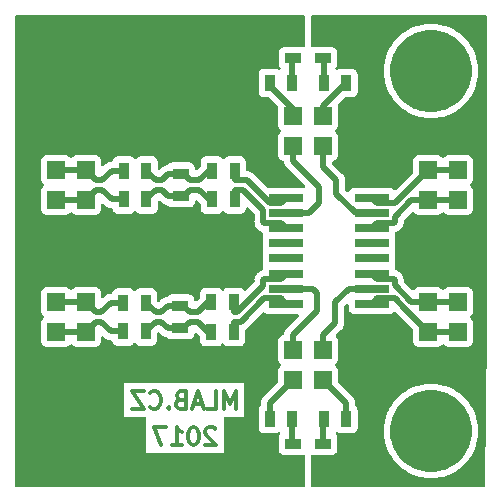
<source format=gbr>
%TF.GenerationSoftware,KiCad,Pcbnew,7.0.7-7.0.7~ubuntu23.04.1*%
%TF.CreationDate,2023-09-17T09:09:24+00:00*%
%TF.ProjectId,SYMTRANS01,53594d54-5241-44e5-9330-312e6b696361,REV*%
%TF.SameCoordinates,Original*%
%TF.FileFunction,Copper,L2,Bot*%
%TF.FilePolarity,Positive*%
%FSLAX46Y46*%
G04 Gerber Fmt 4.6, Leading zero omitted, Abs format (unit mm)*
G04 Created by KiCad (PCBNEW 7.0.7-7.0.7~ubuntu23.04.1) date 2023-09-17 09:09:24*
%MOMM*%
%LPD*%
G01*
G04 APERTURE LIST*
%ADD10C,0.300000*%
%TA.AperFunction,NonConductor*%
%ADD11C,0.300000*%
%TD*%
%TA.AperFunction,ComponentPad*%
%ADD12R,1.524000X1.524000*%
%TD*%
%TA.AperFunction,ComponentPad*%
%ADD13C,6.000000*%
%TD*%
%TA.AperFunction,SMDPad,CuDef*%
%ADD14R,1.397000X0.889000*%
%TD*%
%TA.AperFunction,SMDPad,CuDef*%
%ADD15R,0.889000X1.397000*%
%TD*%
%TA.AperFunction,SMDPad,CuDef*%
%ADD16R,2.920000X0.760000*%
%TD*%
%TA.AperFunction,Conductor*%
%ADD17C,0.500000*%
%TD*%
G04 APERTURE END LIST*
D10*
D11*
X19053428Y6941671D02*
X19053428Y8441671D01*
X19053428Y8441671D02*
X18553428Y7370242D01*
X18553428Y7370242D02*
X18053428Y8441671D01*
X18053428Y8441671D02*
X18053428Y6941671D01*
X16624856Y6941671D02*
X17339142Y6941671D01*
X17339142Y6941671D02*
X17339142Y8441671D01*
X16196284Y7370242D02*
X15481999Y7370242D01*
X16339141Y6941671D02*
X15839141Y8441671D01*
X15839141Y8441671D02*
X15339141Y6941671D01*
X14339142Y7727385D02*
X14124856Y7655957D01*
X14124856Y7655957D02*
X14053427Y7584528D01*
X14053427Y7584528D02*
X13981999Y7441671D01*
X13981999Y7441671D02*
X13981999Y7227385D01*
X13981999Y7227385D02*
X14053427Y7084528D01*
X14053427Y7084528D02*
X14124856Y7013100D01*
X14124856Y7013100D02*
X14267713Y6941671D01*
X14267713Y6941671D02*
X14839142Y6941671D01*
X14839142Y6941671D02*
X14839142Y8441671D01*
X14839142Y8441671D02*
X14339142Y8441671D01*
X14339142Y8441671D02*
X14196285Y8370242D01*
X14196285Y8370242D02*
X14124856Y8298814D01*
X14124856Y8298814D02*
X14053427Y8155957D01*
X14053427Y8155957D02*
X14053427Y8013100D01*
X14053427Y8013100D02*
X14124856Y7870242D01*
X14124856Y7870242D02*
X14196285Y7798814D01*
X14196285Y7798814D02*
X14339142Y7727385D01*
X14339142Y7727385D02*
X14839142Y7727385D01*
X13339142Y7084528D02*
X13267713Y7013100D01*
X13267713Y7013100D02*
X13339142Y6941671D01*
X13339142Y6941671D02*
X13410570Y7013100D01*
X13410570Y7013100D02*
X13339142Y7084528D01*
X13339142Y7084528D02*
X13339142Y6941671D01*
X11767713Y7084528D02*
X11839141Y7013100D01*
X11839141Y7013100D02*
X12053427Y6941671D01*
X12053427Y6941671D02*
X12196284Y6941671D01*
X12196284Y6941671D02*
X12410570Y7013100D01*
X12410570Y7013100D02*
X12553427Y7155957D01*
X12553427Y7155957D02*
X12624856Y7298814D01*
X12624856Y7298814D02*
X12696284Y7584528D01*
X12696284Y7584528D02*
X12696284Y7798814D01*
X12696284Y7798814D02*
X12624856Y8084528D01*
X12624856Y8084528D02*
X12553427Y8227385D01*
X12553427Y8227385D02*
X12410570Y8370242D01*
X12410570Y8370242D02*
X12196284Y8441671D01*
X12196284Y8441671D02*
X12053427Y8441671D01*
X12053427Y8441671D02*
X11839141Y8370242D01*
X11839141Y8370242D02*
X11767713Y8298814D01*
X11267713Y8441671D02*
X10267713Y8441671D01*
X10267713Y8441671D02*
X11267713Y6941671D01*
X11267713Y6941671D02*
X10267713Y6941671D01*
D10*
D11*
X17303427Y5250814D02*
X17231999Y5322242D01*
X17231999Y5322242D02*
X17089142Y5393671D01*
X17089142Y5393671D02*
X16731999Y5393671D01*
X16731999Y5393671D02*
X16589142Y5322242D01*
X16589142Y5322242D02*
X16517713Y5250814D01*
X16517713Y5250814D02*
X16446284Y5107957D01*
X16446284Y5107957D02*
X16446284Y4965100D01*
X16446284Y4965100D02*
X16517713Y4750814D01*
X16517713Y4750814D02*
X17374856Y3893671D01*
X17374856Y3893671D02*
X16446284Y3893671D01*
X15517713Y5393671D02*
X15374856Y5393671D01*
X15374856Y5393671D02*
X15231999Y5322242D01*
X15231999Y5322242D02*
X15160571Y5250814D01*
X15160571Y5250814D02*
X15089142Y5107957D01*
X15089142Y5107957D02*
X15017713Y4822242D01*
X15017713Y4822242D02*
X15017713Y4465100D01*
X15017713Y4465100D02*
X15089142Y4179385D01*
X15089142Y4179385D02*
X15160571Y4036528D01*
X15160571Y4036528D02*
X15231999Y3965100D01*
X15231999Y3965100D02*
X15374856Y3893671D01*
X15374856Y3893671D02*
X15517713Y3893671D01*
X15517713Y3893671D02*
X15660571Y3965100D01*
X15660571Y3965100D02*
X15731999Y4036528D01*
X15731999Y4036528D02*
X15803428Y4179385D01*
X15803428Y4179385D02*
X15874856Y4465100D01*
X15874856Y4465100D02*
X15874856Y4822242D01*
X15874856Y4822242D02*
X15803428Y5107957D01*
X15803428Y5107957D02*
X15731999Y5250814D01*
X15731999Y5250814D02*
X15660571Y5322242D01*
X15660571Y5322242D02*
X15517713Y5393671D01*
X13589142Y3893671D02*
X14446285Y3893671D01*
X14017714Y3893671D02*
X14017714Y5393671D01*
X14017714Y5393671D02*
X14160571Y5179385D01*
X14160571Y5179385D02*
X14303428Y5036528D01*
X14303428Y5036528D02*
X14446285Y4965100D01*
X13089143Y5393671D02*
X12089143Y5393671D01*
X12089143Y5393671D02*
X12732000Y3893671D01*
D12*
%TO.P,J1,1*%
%TO.N,GND*%
X3810000Y18542000D03*
%TO.P,J1,2*%
X6350000Y18542000D03*
%TO.P,J1,3*%
%TO.N,/AIN-*%
X3810000Y16002000D03*
%TO.P,J1,4*%
X6350000Y16002000D03*
%TO.P,J1,5*%
%TO.N,/AIN+*%
X3810000Y13462000D03*
%TO.P,J1,6*%
X6350000Y13462000D03*
%TO.P,J1,7*%
%TO.N,GND*%
X3810000Y10922000D03*
%TO.P,J1,8*%
X6350000Y10922000D03*
%TD*%
%TO.P,J2,1*%
%TO.N,GND*%
X3810000Y29718000D03*
%TO.P,J2,2*%
X6350000Y29718000D03*
%TO.P,J2,3*%
%TO.N,/BIN-*%
X3810000Y27178000D03*
%TO.P,J2,4*%
X6350000Y27178000D03*
%TO.P,J2,5*%
%TO.N,/BIN+*%
X3810000Y24638000D03*
%TO.P,J2,6*%
X6350000Y24638000D03*
%TO.P,J2,7*%
%TO.N,GND*%
X3810000Y22098000D03*
%TO.P,J2,8*%
X6350000Y22098000D03*
%TD*%
%TO.P,J3,1*%
%TO.N,Net-(J3-Pad1)*%
X23876000Y11938000D03*
%TO.P,J3,2*%
%TO.N,Net-(J3-Pad2)*%
X23876000Y9398000D03*
%TD*%
%TO.P,J4,1*%
%TO.N,Net-(J4-Pad1)*%
X23876000Y29210000D03*
%TO.P,J4,2*%
%TO.N,Net-(J4-Pad2)*%
X23876000Y31750000D03*
%TD*%
%TO.P,J5,1*%
%TO.N,Net-(J5-Pad1)*%
X26416000Y11938000D03*
%TO.P,J5,2*%
%TO.N,Net-(J5-Pad2)*%
X26416000Y9398000D03*
%TD*%
%TO.P,J6,1*%
%TO.N,Net-(J6-Pad1)*%
X26416000Y29210000D03*
%TO.P,J6,2*%
%TO.N,Net-(J6-Pad2)*%
X26416000Y31750000D03*
%TD*%
%TO.P,J7,1*%
%TO.N,GNDA*%
X35306000Y18542000D03*
%TO.P,J7,2*%
X37846000Y18542000D03*
%TO.P,J7,3*%
%TO.N,/AOUT-*%
X35306000Y16002000D03*
%TO.P,J7,4*%
X37846000Y16002000D03*
%TO.P,J7,5*%
%TO.N,/AOUT+*%
X35306000Y13462000D03*
%TO.P,J7,6*%
X37846000Y13462000D03*
%TO.P,J7,7*%
%TO.N,GNDA*%
X35306000Y10922000D03*
%TO.P,J7,8*%
X37846000Y10922000D03*
%TD*%
%TO.P,J8,1*%
%TO.N,GNDA*%
X35306000Y29718000D03*
%TO.P,J8,2*%
X37846000Y29718000D03*
%TO.P,J8,3*%
%TO.N,/BOUT-*%
X35306000Y27178000D03*
%TO.P,J8,4*%
X37846000Y27178000D03*
%TO.P,J8,5*%
%TO.N,/BOUT+*%
X35306000Y24638000D03*
%TO.P,J8,6*%
X37846000Y24638000D03*
%TO.P,J8,7*%
%TO.N,GNDA*%
X35306000Y22098000D03*
%TO.P,J8,8*%
X37846000Y22098000D03*
%TD*%
D13*
%TO.P,M1,1*%
%TO.N,GND*%
X5080000Y35560000D03*
%TD*%
%TO.P,M2,1*%
%TO.N,GND*%
X35560000Y35560000D03*
%TD*%
%TO.P,M3,1*%
%TO.N,GND*%
X35560000Y5080000D03*
%TD*%
%TO.P,M4,1*%
%TO.N,GND*%
X5080000Y5080000D03*
%TD*%
D14*
%TO.P,C1,1*%
%TO.N,Net-(C1-Pad1)*%
X23876000Y4000500D03*
%TO.P,C1,2*%
%TO.N,GND*%
X23876000Y2095500D03*
%TD*%
%TO.P,C2,1*%
%TO.N,Net-(C2-Pad1)*%
X23876000Y36639500D03*
%TO.P,C2,2*%
%TO.N,GND*%
X23876000Y38544500D03*
%TD*%
%TO.P,C3,1*%
%TO.N,Net-(C3-Pad1)*%
X26416000Y4000500D03*
%TO.P,C3,2*%
%TO.N,GNDA*%
X26416000Y2095500D03*
%TD*%
%TO.P,C4,1*%
%TO.N,Net-(C4-Pad1)*%
X26416000Y36639500D03*
%TO.P,C4,2*%
%TO.N,GNDA*%
X26416000Y38544500D03*
%TD*%
D15*
%TO.P,R1,1*%
%TO.N,Net-(J3-Pad2)*%
X21907500Y6096000D03*
%TO.P,R1,2*%
%TO.N,Net-(C1-Pad1)*%
X23812500Y6096000D03*
%TD*%
%TO.P,R2,1*%
%TO.N,Net-(J4-Pad2)*%
X21907500Y34544000D03*
%TO.P,R2,2*%
%TO.N,Net-(C2-Pad1)*%
X23812500Y34544000D03*
%TD*%
%TO.P,R3,1*%
%TO.N,Net-(J5-Pad2)*%
X28384500Y6096000D03*
%TO.P,R3,2*%
%TO.N,Net-(C3-Pad1)*%
X26479500Y6096000D03*
%TD*%
%TO.P,R4,1*%
%TO.N,Net-(J6-Pad2)*%
X28384500Y34544000D03*
%TO.P,R4,2*%
%TO.N,Net-(C4-Pad1)*%
X26479500Y34544000D03*
%TD*%
%TO.P,R5,1*%
%TO.N,/B2+*%
X11468100Y24688800D03*
%TO.P,R5,2*%
%TO.N,/BIN+*%
X9563100Y24688800D03*
%TD*%
%TO.P,R6,1*%
%TO.N,/B2-*%
X11468100Y27127200D03*
%TO.P,R6,2*%
%TO.N,/BIN-*%
X9563100Y27127200D03*
%TD*%
%TO.P,R7,1*%
%TO.N,/A2+*%
X11417300Y13512800D03*
%TO.P,R7,2*%
%TO.N,/AIN+*%
X9512300Y13512800D03*
%TD*%
%TO.P,R8,1*%
%TO.N,/A2-*%
X11417300Y15951200D03*
%TO.P,R8,2*%
%TO.N,/AIN-*%
X9512300Y15951200D03*
%TD*%
D14*
%TO.P,R9,1*%
%TO.N,/B2+*%
X14376400Y24955500D03*
%TO.P,R9,2*%
%TO.N,/B2-*%
X14376400Y26860500D03*
%TD*%
%TO.P,R10,1*%
%TO.N,/A2+*%
X14325600Y13779500D03*
%TO.P,R10,2*%
%TO.N,/A2-*%
X14325600Y15684500D03*
%TD*%
D15*
%TO.P,R11,1*%
%TO.N,/B3+*%
X18923000Y24688800D03*
%TO.P,R11,2*%
%TO.N,/B2+*%
X17018000Y24688800D03*
%TD*%
%TO.P,R12,1*%
%TO.N,/B3-*%
X18923000Y27127200D03*
%TO.P,R12,2*%
%TO.N,/B2-*%
X17018000Y27127200D03*
%TD*%
%TO.P,R13,1*%
%TO.N,/A3+*%
X18872200Y13462000D03*
%TO.P,R13,2*%
%TO.N,/A2+*%
X16967200Y13462000D03*
%TD*%
%TO.P,R14,1*%
%TO.N,/A3-*%
X18872200Y16002000D03*
%TO.P,R14,2*%
%TO.N,/A2-*%
X16967200Y16002000D03*
%TD*%
D16*
%TO.P,TR1,1*%
%TO.N,/A3+*%
X23284000Y15860000D03*
%TO.P,TR1,2*%
%TO.N,Net-(J3-Pad1)*%
X23284000Y17130000D03*
%TO.P,TR1,3*%
%TO.N,/A3-*%
X23284000Y18400000D03*
%TO.P,TR1,4*%
%TO.N,N/C*%
X23284000Y19685000D03*
%TO.P,TR1,5*%
X23284000Y20955000D03*
%TO.P,TR1,6*%
%TO.N,/B3+*%
X23284000Y22240000D03*
%TO.P,TR1,7*%
%TO.N,Net-(J4-Pad1)*%
X23284000Y23510000D03*
%TO.P,TR1,8*%
%TO.N,/B3-*%
X23284000Y24780000D03*
%TO.P,TR1,9*%
%TO.N,/BOUT-*%
X30564000Y24780000D03*
%TO.P,TR1,10*%
%TO.N,Net-(J6-Pad1)*%
X30564000Y23510000D03*
%TO.P,TR1,11*%
%TO.N,/BOUT+*%
X30564000Y22240000D03*
%TO.P,TR1,12*%
%TO.N,N/C*%
X30564000Y20955000D03*
%TO.P,TR1,13*%
X30564000Y19685000D03*
%TO.P,TR1,14*%
%TO.N,/AOUT-*%
X30564000Y18400000D03*
%TO.P,TR1,15*%
%TO.N,Net-(J5-Pad1)*%
X30564000Y17130000D03*
%TO.P,TR1,16*%
%TO.N,/AOUT+*%
X30564000Y15860000D03*
%TD*%
D17*
%TO.N,Net-(C1-Pad1)*%
X23812500Y6096000D02*
X23812500Y4064000D01*
X23812500Y4064000D02*
X23876000Y4000500D01*
%TO.N,Net-(C2-Pad1)*%
X23812500Y34544000D02*
X23812500Y36576000D01*
X23812500Y36576000D02*
X23876000Y36639500D01*
%TO.N,Net-(C3-Pad1)*%
X26416000Y6032500D02*
X26479500Y6096000D01*
X26416000Y4000500D02*
X26416000Y6032500D01*
%TO.N,Net-(C4-Pad1)*%
X26479500Y36576000D02*
X26416000Y36639500D01*
X26479500Y34544000D02*
X26479500Y36576000D01*
%TO.N,Net-(J3-Pad1)*%
X25908000Y16764000D02*
X25542000Y17130000D01*
X23876000Y11938000D02*
X23876000Y13200000D01*
X25542000Y17130000D02*
X23284000Y17130000D01*
X25908000Y15232000D02*
X25908000Y16764000D01*
X23876000Y13200000D02*
X25908000Y15232000D01*
%TO.N,Net-(J3-Pad2)*%
X21907500Y6096000D02*
X21907500Y7429500D01*
X21907500Y7429500D02*
X23876000Y9398000D01*
%TO.N,Net-(J4-Pad1)*%
X26111200Y24377200D02*
X26111200Y25712800D01*
X23876000Y27948000D02*
X23876000Y29210000D01*
X23284000Y23510000D02*
X25244000Y23510000D01*
X25244000Y23510000D02*
X26111200Y24377200D01*
X26111200Y25712800D02*
X23876000Y27948000D01*
%TO.N,Net-(J4-Pad2)*%
X23876000Y32321500D02*
X21907500Y34290000D01*
X23876000Y31750000D02*
X23876000Y32321500D01*
X21907500Y34290000D02*
X21907500Y34544000D01*
%TO.N,Net-(J5-Pad1)*%
X27432000Y14224000D02*
X27432000Y15958000D01*
X28604000Y17130000D02*
X30564000Y17130000D01*
X26416000Y13208000D02*
X27432000Y14224000D01*
X26416000Y11938000D02*
X26416000Y13208000D01*
X27432000Y15958000D02*
X28604000Y17130000D01*
%TO.N,Net-(J5-Pad2)*%
X28384500Y7429500D02*
X26416000Y9398000D01*
X28384500Y6096000D02*
X28384500Y7429500D01*
%TO.N,Net-(J6-Pad1)*%
X27533600Y26314400D02*
X26416000Y27432000D01*
X30564000Y23510000D02*
X29183998Y23510000D01*
X26416000Y27432000D02*
X26416000Y29210000D01*
X29183998Y23510000D02*
X27533600Y25160398D01*
X27533600Y25160398D02*
X27533600Y26314400D01*
%TO.N,Net-(J6-Pad2)*%
X26416000Y32575500D02*
X28384500Y34544000D01*
X26416000Y31750000D02*
X26416000Y32575500D01*
%TO.N,/AIN-*%
X3810000Y16002000D02*
X6350000Y16002000D01*
X7645350Y15132000D02*
X8464550Y15951200D01*
X7220001Y15131999D02*
X7645350Y15132000D01*
X8464550Y15951200D02*
X9512300Y15951200D01*
X6350000Y16002000D02*
X7220001Y15131999D01*
%TO.N,/AIN+*%
X6350000Y13462000D02*
X7220001Y14332001D01*
X7220001Y14332001D02*
X7645350Y14332000D01*
X3810000Y13462000D02*
X6350000Y13462000D01*
X7645350Y14332000D02*
X8464550Y13512800D01*
X8464550Y13512800D02*
X9512300Y13512800D01*
%TO.N,/BIN-*%
X7696150Y26308000D02*
X8515350Y27127200D01*
X6350000Y27178000D02*
X7220001Y26307999D01*
X7220001Y26307999D02*
X7696150Y26308000D01*
X8515350Y27127200D02*
X9563100Y27127200D01*
X3810000Y27178000D02*
X6350000Y27178000D01*
%TO.N,/BIN+*%
X7696150Y25508000D02*
X8515350Y24688800D01*
X3810000Y24638000D02*
X6350000Y24638000D01*
X8515350Y24688800D02*
X9563100Y24688800D01*
X7220001Y25508001D02*
X7696150Y25508000D01*
X6350000Y24638000D02*
X7220001Y25508001D01*
%TO.N,/AOUT-*%
X31003999Y17960001D02*
X32384001Y17960001D01*
X30564000Y18400000D02*
X31003999Y17960001D01*
X32474001Y17425369D02*
X33897370Y16002000D01*
X32384001Y17960001D02*
X32474001Y17870001D01*
X33897370Y16002000D02*
X35306000Y16002000D01*
X32474001Y17870001D02*
X32474001Y17425369D01*
X35306000Y16002000D02*
X37846000Y16002000D01*
%TO.N,/AOUT+*%
X33331685Y15436315D02*
X35306000Y13462000D01*
X32468001Y16299999D02*
X33331685Y15436315D01*
X35306000Y13462000D02*
X37846000Y13462000D01*
X30564000Y15860000D02*
X31003999Y16299999D01*
X31003999Y16299999D02*
X32468001Y16299999D01*
%TO.N,/BOUT-*%
X33331685Y25203685D02*
X35306000Y27178000D01*
X31003999Y24340001D02*
X32468001Y24340001D01*
X32468001Y24340001D02*
X33331685Y25203685D01*
X30564000Y24780000D02*
X31003999Y24340001D01*
X37846000Y27178000D02*
X35306000Y27178000D01*
%TO.N,/BOUT+*%
X33897370Y24638000D02*
X35306000Y24638000D01*
X31003999Y22679999D02*
X32384001Y22679999D01*
X30564000Y22240000D02*
X31003999Y22679999D01*
X32474001Y23214631D02*
X33897370Y24638000D01*
X32384001Y22679999D02*
X32474001Y22769999D01*
X35306000Y24638000D02*
X37846000Y24638000D01*
X32474001Y22769999D02*
X32474001Y23214631D01*
%TO.N,/B2+*%
X13328650Y24955500D02*
X14376400Y24955500D01*
X16764000Y24688800D02*
X17018000Y24688800D01*
X15182900Y25508000D02*
X15944800Y25508000D01*
X14376400Y24955500D02*
X14630400Y24955500D01*
X15944800Y25508000D02*
X16764000Y24688800D01*
X14630400Y24955500D02*
X15182900Y25508000D01*
X12776150Y25508000D02*
X13328650Y24955500D01*
X14376400Y25069800D02*
X14122400Y25069800D01*
X11468100Y24688800D02*
X12287301Y25508001D01*
X12287301Y25508001D02*
X12776150Y25508000D01*
%TO.N,/B2-*%
X16764000Y27127200D02*
X17018000Y27127200D01*
X14376400Y26974800D02*
X14122400Y26974800D01*
X15944800Y26308000D02*
X16764000Y27127200D01*
X13328650Y26860500D02*
X14376400Y26860500D01*
X12776150Y26308000D02*
X13328650Y26860500D01*
X14630400Y26860500D02*
X15182900Y26308000D01*
X15182900Y26308000D02*
X15944800Y26308000D01*
X12287301Y26307999D02*
X12776150Y26308000D01*
X11468100Y27127200D02*
X12287301Y26307999D01*
X14376400Y26860500D02*
X14630400Y26860500D01*
%TO.N,/A2+*%
X11417300Y13512800D02*
X12236501Y14332001D01*
X14579600Y13779500D02*
X15132100Y14332000D01*
X15843200Y14332000D02*
X16713200Y13462000D01*
X12725350Y14332000D02*
X13277850Y13779500D01*
X16713200Y13462000D02*
X16967200Y13462000D01*
X14071600Y13779500D02*
X14325600Y13779500D01*
X15132100Y14332000D02*
X15843200Y14332000D01*
X12236501Y14332001D02*
X12725350Y14332000D01*
X14325600Y13779500D02*
X14579600Y13779500D01*
X13277850Y13779500D02*
X14325600Y13779500D01*
%TO.N,/A2-*%
X16713200Y16002000D02*
X16967200Y16002000D01*
X15132100Y15132000D02*
X15843200Y15132000D01*
X12236502Y15132000D02*
X12725350Y15132000D01*
X15843200Y15132000D02*
X16713200Y16002000D01*
X14579600Y15684500D02*
X15132100Y15132000D01*
X14325600Y15684500D02*
X14579600Y15684500D01*
X11417300Y15951200D02*
X12236502Y15132000D01*
X12725350Y15132000D02*
X13277850Y15684500D01*
X13277850Y15684500D02*
X14325600Y15684500D01*
X14071600Y15684500D02*
X14325600Y15684500D01*
%TO.N,/B3+*%
X18923000Y25508000D02*
X18923000Y24688800D01*
X21373999Y23780317D02*
X19646316Y25508000D01*
X21463999Y22679999D02*
X21373999Y22769999D01*
X23284000Y22240000D02*
X22844001Y22679999D01*
X22844001Y22679999D02*
X21463999Y22679999D01*
X19646316Y25508000D02*
X18923000Y25508000D01*
X21373999Y22769999D02*
X21373999Y23780317D01*
%TO.N,/B3-*%
X19977684Y26308000D02*
X18923000Y26308000D01*
X23284000Y24780000D02*
X22844001Y24340001D01*
X21945683Y24340001D02*
X19977684Y26308000D01*
X22844001Y24340001D02*
X21945683Y24340001D01*
X18923000Y26308000D02*
X18923000Y27127200D01*
%TO.N,/A3+*%
X22844001Y16299999D02*
X21463999Y16299999D01*
X18872200Y14332000D02*
X18872200Y13462000D01*
X21450841Y16313157D02*
X19469684Y14332000D01*
X19469684Y14332000D02*
X18872200Y14332000D01*
X21463999Y16299999D02*
X21450841Y16313157D01*
X23284000Y15860000D02*
X22844001Y16299999D01*
%TO.N,/A3-*%
X18872200Y15132000D02*
X18872200Y16002000D01*
X23284000Y18400000D02*
X22844001Y17960001D01*
X19138316Y15132000D02*
X18872200Y15132000D01*
X21373999Y17367683D02*
X19138316Y15132000D01*
X21463999Y17960001D02*
X21373999Y17870001D01*
X21373999Y17870001D02*
X21373999Y17367683D01*
X22844001Y17960001D02*
X21463999Y17960001D01*
%TD*%
%TA.AperFunction,Conductor*%
%TO.N,GND*%
G36*
X24828621Y40290498D02*
G01*
X24875114Y40236842D01*
X24886500Y40184500D01*
X24886500Y37691823D01*
X24866498Y37623702D01*
X24812842Y37577209D01*
X24742568Y37567105D01*
X24716466Y37573768D01*
X24683701Y37585989D01*
X24683696Y37585990D01*
X24623149Y37592499D01*
X24623145Y37592499D01*
X24623138Y37592500D01*
X23128862Y37592500D01*
X23128855Y37592499D01*
X23128850Y37592499D01*
X23068303Y37585990D01*
X23068295Y37585988D01*
X22990375Y37556924D01*
X22931296Y37534889D01*
X22931294Y37534888D01*
X22931292Y37534887D01*
X22814238Y37447261D01*
X22726612Y37330207D01*
X22726610Y37330202D01*
X22675511Y37193204D01*
X22675509Y37193196D01*
X22669000Y37132649D01*
X22669000Y36146350D01*
X22675509Y36085803D01*
X22675511Y36085795D01*
X22726610Y35948797D01*
X22726613Y35948792D01*
X22800036Y35850710D01*
X22824847Y35784189D01*
X22809755Y35714815D01*
X22759553Y35664613D01*
X22690179Y35649522D01*
X22623660Y35674332D01*
X22598204Y35693389D01*
X22462217Y35744110D01*
X22461204Y35744488D01*
X22461203Y35744488D01*
X22461201Y35744489D01*
X22461199Y35744489D01*
X22461196Y35744490D01*
X22400649Y35750999D01*
X22400645Y35750999D01*
X22400638Y35751000D01*
X21414362Y35751000D01*
X21414355Y35750999D01*
X21414350Y35750999D01*
X21353803Y35744490D01*
X21353795Y35744488D01*
X21275875Y35715424D01*
X21216796Y35693389D01*
X21216794Y35693388D01*
X21216792Y35693387D01*
X21099738Y35605761D01*
X21012112Y35488707D01*
X21012110Y35488702D01*
X20961011Y35351704D01*
X20961009Y35351696D01*
X20954500Y35291149D01*
X20954500Y33796850D01*
X20961009Y33736303D01*
X20961011Y33736295D01*
X21012110Y33599297D01*
X21012112Y33599292D01*
X21099738Y33482238D01*
X21216792Y33394612D01*
X21216797Y33394610D01*
X21353795Y33343511D01*
X21353803Y33343509D01*
X21414350Y33337000D01*
X21414362Y33337000D01*
X21735629Y33337000D01*
X21803750Y33316998D01*
X21824724Y33300095D01*
X22568595Y32556224D01*
X22602621Y32493912D01*
X22605500Y32467129D01*
X22605500Y30939350D01*
X22612009Y30878803D01*
X22612011Y30878795D01*
X22663110Y30741797D01*
X22663112Y30741792D01*
X22750739Y30624738D01*
X22809343Y30580867D01*
X22851889Y30524031D01*
X22856953Y30453216D01*
X22822928Y30390904D01*
X22809343Y30379133D01*
X22750739Y30335261D01*
X22663112Y30218207D01*
X22663110Y30218202D01*
X22612011Y30081204D01*
X22612009Y30081196D01*
X22605500Y30020649D01*
X22605500Y28399350D01*
X22612009Y28338803D01*
X22612011Y28338795D01*
X22663110Y28201797D01*
X22663112Y28201792D01*
X22750738Y28084738D01*
X22867792Y27997112D01*
X22867797Y27997110D01*
X23004795Y27946011D01*
X23004802Y27946010D01*
X23012801Y27945150D01*
X23078393Y27917979D01*
X23118883Y27859660D01*
X23124850Y27830857D01*
X23128112Y27793574D01*
X23129596Y27786389D01*
X23129533Y27786376D01*
X23131168Y27779003D01*
X23131231Y27779018D01*
X23132922Y27771881D01*
X23138744Y27755887D01*
X23154645Y27712198D01*
X23159473Y27698935D01*
X23183886Y27625261D01*
X23186987Y27618612D01*
X23186926Y27618583D01*
X23190214Y27611792D01*
X23190273Y27611822D01*
X23193562Y27605272D01*
X23236232Y27540394D01*
X23276968Y27474351D01*
X23281525Y27468588D01*
X23281473Y27468547D01*
X23286233Y27462704D01*
X23286283Y27462746D01*
X23290996Y27457128D01*
X23336493Y27414204D01*
X23347482Y27403836D01*
X24867725Y25883593D01*
X24901749Y25821283D01*
X24896685Y25750468D01*
X24854138Y25693632D01*
X24787618Y25668821D01*
X24778629Y25668500D01*
X21775362Y25668500D01*
X21758100Y25666644D01*
X21688233Y25679249D01*
X21655539Y25702824D01*
X20559585Y26798778D01*
X20547625Y26812617D01*
X20533153Y26832058D01*
X20492699Y26866001D01*
X20488663Y26869700D01*
X20482785Y26875580D01*
X20456787Y26896136D01*
X20456786Y26896136D01*
X20397321Y26946035D01*
X20391192Y26950066D01*
X20391229Y26950122D01*
X20384871Y26954173D01*
X20384835Y26954115D01*
X20378594Y26957963D01*
X20378590Y26957967D01*
X20346146Y26973095D01*
X20308225Y26990779D01*
X20285173Y27002355D01*
X20238872Y27025609D01*
X20238868Y27025610D01*
X20231975Y27028119D01*
X20231998Y27028184D01*
X20224881Y27030658D01*
X20224860Y27030594D01*
X20217892Y27032903D01*
X20141834Y27048607D01*
X20118382Y27054165D01*
X20066340Y27066500D01*
X20066333Y27066500D01*
X20059052Y27067352D01*
X20059059Y27067419D01*
X20051561Y27068185D01*
X20051556Y27068119D01*
X20044249Y27068757D01*
X20044242Y27068759D01*
X20005662Y27067636D01*
X19936990Y27085649D01*
X19888956Y27137929D01*
X19876000Y27193578D01*
X19876000Y27874338D01*
X19875920Y27875086D01*
X19869490Y27934896D01*
X19869488Y27934904D01*
X19849442Y27988649D01*
X19818389Y28071904D01*
X19730761Y28188961D01*
X19713621Y28201792D01*
X19613707Y28276587D01*
X19613706Y28276587D01*
X19613704Y28276589D01*
X19476701Y28327689D01*
X19476699Y28327689D01*
X19476696Y28327690D01*
X19416149Y28334199D01*
X19416145Y28334199D01*
X19416138Y28334200D01*
X18429862Y28334200D01*
X18429855Y28334199D01*
X18429850Y28334199D01*
X18369303Y28327690D01*
X18369295Y28327688D01*
X18291375Y28298624D01*
X18232296Y28276589D01*
X18232294Y28276588D01*
X18232292Y28276587D01*
X18115238Y28188961D01*
X18071368Y28130357D01*
X18014532Y28087810D01*
X17943716Y28082746D01*
X17881404Y28116771D01*
X17869632Y28130357D01*
X17825761Y28188961D01*
X17708707Y28276587D01*
X17708706Y28276587D01*
X17708704Y28276589D01*
X17571701Y28327689D01*
X17571699Y28327689D01*
X17571696Y28327690D01*
X17511149Y28334199D01*
X17511145Y28334199D01*
X17511138Y28334200D01*
X16524862Y28334200D01*
X16524855Y28334199D01*
X16524850Y28334199D01*
X16464303Y28327690D01*
X16464295Y28327688D01*
X16386375Y28298624D01*
X16327296Y28276589D01*
X16327294Y28276588D01*
X16327292Y28276587D01*
X16210238Y28188961D01*
X16122612Y28071907D01*
X16122610Y28071902D01*
X16071511Y27934904D01*
X16071509Y27934896D01*
X16065000Y27874349D01*
X16065000Y27553071D01*
X16044998Y27484950D01*
X16028095Y27463976D01*
X15798495Y27234376D01*
X15736183Y27200350D01*
X15665368Y27205415D01*
X15608532Y27247962D01*
X15583721Y27314482D01*
X15583400Y27323471D01*
X15583400Y27353632D01*
X15583399Y27353649D01*
X15576890Y27414196D01*
X15576888Y27414204D01*
X15563437Y27450266D01*
X15525789Y27551204D01*
X15524733Y27552614D01*
X15438161Y27668261D01*
X15321107Y27755887D01*
X15321106Y27755887D01*
X15321104Y27755889D01*
X15184101Y27806989D01*
X15184099Y27806989D01*
X15184096Y27806990D01*
X15123549Y27813499D01*
X15123545Y27813499D01*
X15123538Y27813500D01*
X13629262Y27813500D01*
X13629255Y27813499D01*
X13629250Y27813499D01*
X13568703Y27806990D01*
X13568695Y27806988D01*
X13493707Y27779018D01*
X13431696Y27755889D01*
X13431694Y27755888D01*
X13431692Y27755887D01*
X13314639Y27668261D01*
X13310280Y27662438D01*
X13253444Y27619891D01*
X13220396Y27612426D01*
X13174224Y27608387D01*
X13174221Y27608386D01*
X13167038Y27606903D01*
X13167024Y27606969D01*
X13159662Y27605337D01*
X13159678Y27605272D01*
X13152540Y27603580D01*
X13152537Y27603579D01*
X13079584Y27577026D01*
X13005912Y27552614D01*
X13005905Y27552609D01*
X12999261Y27549512D01*
X12999231Y27549574D01*
X12992445Y27546288D01*
X12992476Y27546228D01*
X12985921Y27542936D01*
X12985918Y27542935D01*
X12921044Y27500266D01*
X12854999Y27459530D01*
X12854996Y27459527D01*
X12849242Y27454978D01*
X12849199Y27455031D01*
X12843350Y27450266D01*
X12843394Y27450215D01*
X12837772Y27445498D01*
X12808241Y27414196D01*
X12784486Y27389017D01*
X12636193Y27240724D01*
X12573884Y27206701D01*
X12503068Y27211765D01*
X12446232Y27254312D01*
X12421421Y27320832D01*
X12421100Y27329821D01*
X12421100Y27874332D01*
X12421099Y27874349D01*
X12414590Y27934896D01*
X12414588Y27934904D01*
X12394542Y27988649D01*
X12363489Y28071904D01*
X12275861Y28188961D01*
X12258721Y28201792D01*
X12158807Y28276587D01*
X12158806Y28276587D01*
X12158804Y28276589D01*
X12021801Y28327689D01*
X12021799Y28327689D01*
X12021796Y28327690D01*
X11961249Y28334199D01*
X11961245Y28334199D01*
X11961238Y28334200D01*
X10974962Y28334200D01*
X10974955Y28334199D01*
X10974950Y28334199D01*
X10914403Y28327690D01*
X10914395Y28327688D01*
X10836475Y28298624D01*
X10777396Y28276589D01*
X10777394Y28276588D01*
X10777392Y28276587D01*
X10660338Y28188961D01*
X10616468Y28130357D01*
X10559632Y28087810D01*
X10488816Y28082746D01*
X10426504Y28116771D01*
X10414732Y28130357D01*
X10370861Y28188961D01*
X10253807Y28276587D01*
X10253806Y28276587D01*
X10253804Y28276589D01*
X10116801Y28327689D01*
X10116799Y28327689D01*
X10116796Y28327690D01*
X10056249Y28334199D01*
X10056245Y28334199D01*
X10056238Y28334200D01*
X9069962Y28334200D01*
X9069955Y28334199D01*
X9069950Y28334199D01*
X9009403Y28327690D01*
X9009395Y28327688D01*
X8931475Y28298624D01*
X8872396Y28276589D01*
X8872394Y28276588D01*
X8872392Y28276587D01*
X8755338Y28188961D01*
X8667712Y28071907D01*
X8667710Y28071902D01*
X8629980Y27970746D01*
X8587433Y27913910D01*
X8522906Y27889258D01*
X8504714Y27887667D01*
X8484964Y27885940D01*
X8479472Y27885700D01*
X8471169Y27885700D01*
X8454712Y27883776D01*
X8438254Y27881852D01*
X8360924Y27875087D01*
X8360921Y27875086D01*
X8353738Y27873603D01*
X8353724Y27873669D01*
X8346362Y27872037D01*
X8346378Y27871972D01*
X8339240Y27870280D01*
X8339237Y27870279D01*
X8266284Y27843726D01*
X8192612Y27819314D01*
X8192605Y27819309D01*
X8185961Y27816212D01*
X8185931Y27816274D01*
X8179145Y27812988D01*
X8179176Y27812928D01*
X8172621Y27809636D01*
X8172618Y27809635D01*
X8107744Y27766966D01*
X8041699Y27726230D01*
X8041696Y27726227D01*
X8035942Y27721678D01*
X8035899Y27721731D01*
X8030050Y27716966D01*
X8030094Y27716915D01*
X8024472Y27712198D01*
X7971187Y27655718D01*
X7835594Y27520126D01*
X7773282Y27486100D01*
X7702467Y27491165D01*
X7645631Y27533712D01*
X7620820Y27600232D01*
X7620499Y27609221D01*
X7620499Y27625262D01*
X7620500Y27988638D01*
X7613989Y28049201D01*
X7562889Y28186204D01*
X7495227Y28276589D01*
X7475261Y28303261D01*
X7358207Y28390887D01*
X7358206Y28390887D01*
X7358204Y28390889D01*
X7221201Y28441989D01*
X7221199Y28441989D01*
X7221196Y28441990D01*
X7160649Y28448499D01*
X7160645Y28448499D01*
X7160638Y28448500D01*
X5539362Y28448500D01*
X5539355Y28448499D01*
X5539350Y28448499D01*
X5478803Y28441990D01*
X5478795Y28441988D01*
X5400875Y28412924D01*
X5341796Y28390889D01*
X5341794Y28390888D01*
X5341792Y28390887D01*
X5224738Y28303261D01*
X5180868Y28244657D01*
X5124032Y28202110D01*
X5053216Y28197046D01*
X4990904Y28231071D01*
X4979132Y28244657D01*
X4935261Y28303261D01*
X4818207Y28390887D01*
X4818206Y28390887D01*
X4818204Y28390889D01*
X4681201Y28441989D01*
X4681199Y28441989D01*
X4681196Y28441990D01*
X4620649Y28448499D01*
X4620645Y28448499D01*
X4620638Y28448500D01*
X2999362Y28448500D01*
X2999355Y28448499D01*
X2999350Y28448499D01*
X2938803Y28441990D01*
X2938795Y28441988D01*
X2860875Y28412924D01*
X2801796Y28390889D01*
X2801794Y28390888D01*
X2801792Y28390887D01*
X2684738Y28303261D01*
X2597112Y28186207D01*
X2597110Y28186202D01*
X2546011Y28049204D01*
X2546009Y28049196D01*
X2539500Y27988649D01*
X2539500Y26367350D01*
X2546009Y26306803D01*
X2546011Y26306795D01*
X2597110Y26169797D01*
X2597112Y26169792D01*
X2684738Y26052738D01*
X2743343Y26008868D01*
X2785890Y25952032D01*
X2790954Y25881216D01*
X2756929Y25818904D01*
X2743343Y25807132D01*
X2684738Y25763261D01*
X2597112Y25646207D01*
X2597110Y25646202D01*
X2546011Y25509204D01*
X2546009Y25509196D01*
X2539500Y25448649D01*
X2539500Y23827350D01*
X2546009Y23766803D01*
X2546011Y23766795D01*
X2597110Y23629797D01*
X2597112Y23629792D01*
X2684738Y23512738D01*
X2801792Y23425112D01*
X2801797Y23425110D01*
X2938795Y23374011D01*
X2938803Y23374009D01*
X2999350Y23367500D01*
X2999362Y23367500D01*
X4620649Y23367500D01*
X4681196Y23374009D01*
X4681204Y23374011D01*
X4818202Y23425110D01*
X4818207Y23425112D01*
X4935261Y23512739D01*
X4979133Y23571343D01*
X5035969Y23613889D01*
X5106784Y23618953D01*
X5169096Y23584928D01*
X5180867Y23571343D01*
X5224738Y23512739D01*
X5341792Y23425112D01*
X5341797Y23425110D01*
X5478795Y23374011D01*
X5478803Y23374009D01*
X5539350Y23367500D01*
X5539362Y23367500D01*
X7160649Y23367500D01*
X7221196Y23374009D01*
X7221204Y23374011D01*
X7358202Y23425110D01*
X7358207Y23425112D01*
X7475261Y23512738D01*
X7562887Y23629792D01*
X7562889Y23629797D01*
X7613988Y23766795D01*
X7613990Y23766803D01*
X7620499Y23827350D01*
X7620499Y23827352D01*
X7620500Y23827362D01*
X7620499Y24206779D01*
X7640501Y24274898D01*
X7694156Y24321391D01*
X7764430Y24331496D01*
X7829011Y24302003D01*
X7835594Y24295873D01*
X7933442Y24198025D01*
X7945412Y24184176D01*
X7959880Y24164743D01*
X7959883Y24164739D01*
X8000319Y24130808D01*
X8004365Y24127102D01*
X8010246Y24121221D01*
X8010252Y24121216D01*
X8036244Y24100665D01*
X8095714Y24050764D01*
X8101841Y24046735D01*
X8101805Y24046681D01*
X8108170Y24042627D01*
X8108204Y24042682D01*
X8114445Y24038832D01*
X8184802Y24006024D01*
X8254158Y23971192D01*
X8261054Y23968683D01*
X8261031Y23968621D01*
X8268160Y23966143D01*
X8268181Y23966204D01*
X8275140Y23963897D01*
X8351199Y23948192D01*
X8378753Y23941662D01*
X8426694Y23930300D01*
X8426695Y23930300D01*
X8433984Y23929448D01*
X8433976Y23929380D01*
X8441472Y23928614D01*
X8441478Y23928681D01*
X8448791Y23928041D01*
X8448792Y23928041D01*
X8452654Y23928153D01*
X8507301Y23929743D01*
X8575974Y23911730D01*
X8624007Y23859448D01*
X8629019Y23847830D01*
X8667711Y23744095D01*
X8667712Y23744092D01*
X8755338Y23627038D01*
X8872392Y23539412D01*
X8872397Y23539410D01*
X9009395Y23488311D01*
X9009403Y23488309D01*
X9069950Y23481800D01*
X9069962Y23481800D01*
X10056249Y23481800D01*
X10116796Y23488309D01*
X10116804Y23488311D01*
X10253802Y23539410D01*
X10253807Y23539412D01*
X10370861Y23627039D01*
X10414733Y23685643D01*
X10471569Y23728189D01*
X10542384Y23733253D01*
X10604696Y23699228D01*
X10616467Y23685643D01*
X10660338Y23627039D01*
X10777392Y23539412D01*
X10777397Y23539410D01*
X10914395Y23488311D01*
X10914403Y23488309D01*
X10974950Y23481800D01*
X10974962Y23481800D01*
X11961249Y23481800D01*
X12021796Y23488309D01*
X12021804Y23488311D01*
X12158802Y23539410D01*
X12158807Y23539412D01*
X12275861Y23627038D01*
X12363487Y23744092D01*
X12363489Y23744097D01*
X12414588Y23881095D01*
X12414590Y23881103D01*
X12421099Y23941650D01*
X12421100Y23941667D01*
X12421100Y24486177D01*
X12441102Y24554298D01*
X12494758Y24600791D01*
X12565032Y24610895D01*
X12629612Y24581401D01*
X12636196Y24575272D01*
X12746745Y24464722D01*
X12758713Y24450873D01*
X12773175Y24431448D01*
X12773183Y24431439D01*
X12813619Y24397508D01*
X12817665Y24393802D01*
X12823545Y24387922D01*
X12823553Y24387916D01*
X12835395Y24378552D01*
X12849542Y24367367D01*
X12871745Y24348735D01*
X12909008Y24317468D01*
X12915137Y24313438D01*
X12915101Y24313384D01*
X12921470Y24309327D01*
X12921504Y24309382D01*
X12927745Y24305532D01*
X12998102Y24272724D01*
X13067458Y24237892D01*
X13074354Y24235383D01*
X13074331Y24235321D01*
X13081460Y24232843D01*
X13081481Y24232904D01*
X13088440Y24230597D01*
X13164500Y24214892D01*
X13203563Y24205634D01*
X13241467Y24196651D01*
X13303139Y24161478D01*
X13313274Y24149561D01*
X13314637Y24147739D01*
X13431692Y24060112D01*
X13431697Y24060110D01*
X13568695Y24009011D01*
X13568703Y24009009D01*
X13629250Y24002500D01*
X13629262Y24002500D01*
X15123549Y24002500D01*
X15184096Y24009009D01*
X15184104Y24009011D01*
X15321102Y24060110D01*
X15321107Y24060112D01*
X15438161Y24147738D01*
X15525787Y24264792D01*
X15525789Y24264797D01*
X15539667Y24302003D01*
X15558323Y24352023D01*
X15576888Y24401795D01*
X15576890Y24401803D01*
X15583399Y24462350D01*
X15583400Y24462367D01*
X15583400Y24492528D01*
X15603402Y24560649D01*
X15657058Y24607142D01*
X15727332Y24617246D01*
X15791912Y24587752D01*
X15798495Y24581623D01*
X16028095Y24352023D01*
X16062121Y24289711D01*
X16065000Y24262928D01*
X16065000Y23941650D01*
X16071509Y23881103D01*
X16071511Y23881095D01*
X16122610Y23744097D01*
X16122612Y23744092D01*
X16210238Y23627038D01*
X16327292Y23539412D01*
X16327297Y23539410D01*
X16464295Y23488311D01*
X16464303Y23488309D01*
X16524850Y23481800D01*
X16524862Y23481800D01*
X17511149Y23481800D01*
X17571696Y23488309D01*
X17571704Y23488311D01*
X17708702Y23539410D01*
X17708707Y23539412D01*
X17825761Y23627039D01*
X17869633Y23685643D01*
X17926469Y23728189D01*
X17997284Y23733253D01*
X18059596Y23699228D01*
X18071367Y23685643D01*
X18115238Y23627039D01*
X18232292Y23539412D01*
X18232297Y23539410D01*
X18369295Y23488311D01*
X18369303Y23488309D01*
X18429850Y23481800D01*
X18429862Y23481800D01*
X19416149Y23481800D01*
X19476696Y23488309D01*
X19476704Y23488311D01*
X19613702Y23539410D01*
X19613707Y23539412D01*
X19730761Y23627038D01*
X19818387Y23744092D01*
X19818389Y23744097D01*
X19869488Y23881095D01*
X19869490Y23881104D01*
X19873473Y23918157D01*
X19900640Y23983750D01*
X19958958Y24024242D01*
X20029909Y24026778D01*
X20087846Y23993787D01*
X20578594Y23503040D01*
X20612619Y23440727D01*
X20615499Y23413944D01*
X20615499Y22834434D01*
X20614168Y22816171D01*
X20610658Y22792215D01*
X20610658Y22792208D01*
X20615259Y22739613D01*
X20615499Y22734120D01*
X20615499Y22725816D01*
X20619346Y22692903D01*
X20626111Y22615573D01*
X20627595Y22608388D01*
X20627532Y22608375D01*
X20629167Y22601002D01*
X20629230Y22601017D01*
X20630921Y22593880D01*
X20657472Y22520934D01*
X20681885Y22447260D01*
X20684986Y22440611D01*
X20684925Y22440582D01*
X20688213Y22433791D01*
X20688272Y22433821D01*
X20691562Y22427268D01*
X20734231Y22362393D01*
X20774967Y22296350D01*
X20779524Y22290587D01*
X20779472Y22290546D01*
X20784232Y22284703D01*
X20784282Y22284745D01*
X20788995Y22279127D01*
X20845481Y22225835D01*
X20882091Y22189224D01*
X20894061Y22175375D01*
X20908529Y22155942D01*
X20948970Y22122006D01*
X20953016Y22118299D01*
X20958896Y22112420D01*
X20958906Y22112411D01*
X20984895Y22091862D01*
X21044363Y22041964D01*
X21050490Y22037934D01*
X21050454Y22037879D01*
X21056819Y22033824D01*
X21056854Y22033881D01*
X21063096Y22030030D01*
X21100358Y22012654D01*
X21133446Y21997225D01*
X21202811Y21962390D01*
X21202813Y21962389D01*
X21209706Y21959881D01*
X21209683Y21959819D01*
X21216806Y21957343D01*
X21216827Y21957405D01*
X21229129Y21953329D01*
X21287502Y21912917D01*
X21314760Y21847361D01*
X21315500Y21833723D01*
X21315500Y21811350D01*
X21322009Y21750803D01*
X21322010Y21750802D01*
X21362766Y21641533D01*
X21367831Y21570717D01*
X21362766Y21553467D01*
X21322010Y21444197D01*
X21322009Y21444196D01*
X21315500Y21383649D01*
X21315500Y20526350D01*
X21322009Y20465803D01*
X21322010Y20465799D01*
X21359968Y20364032D01*
X21365032Y20293217D01*
X21359968Y20275968D01*
X21322010Y20174200D01*
X21322009Y20174196D01*
X21315500Y20113649D01*
X21315500Y19256350D01*
X21322009Y19195803D01*
X21322010Y19195802D01*
X21362766Y19086533D01*
X21367831Y19015717D01*
X21362766Y18998467D01*
X21322010Y18889197D01*
X21322009Y18889196D01*
X21315500Y18828649D01*
X21315500Y18801356D01*
X21295498Y18733235D01*
X21241842Y18686742D01*
X21232611Y18682961D01*
X21214943Y18676531D01*
X21141260Y18652115D01*
X21141257Y18652113D01*
X21134614Y18649015D01*
X21134585Y18649077D01*
X21127799Y18645792D01*
X21127830Y18645732D01*
X21121267Y18642436D01*
X21056399Y18599772D01*
X20990349Y18559032D01*
X20984590Y18554478D01*
X20984547Y18554531D01*
X20978699Y18549767D01*
X20978743Y18549716D01*
X20973121Y18544999D01*
X20922293Y18491123D01*
X20919835Y18488518D01*
X20883220Y18451903D01*
X20869375Y18439938D01*
X20849941Y18425470D01*
X20849939Y18425468D01*
X20816002Y18385025D01*
X20812288Y18380971D01*
X20806424Y18375108D01*
X20785863Y18349105D01*
X20735964Y18289637D01*
X20731932Y18283507D01*
X20731877Y18283542D01*
X20727828Y18277188D01*
X20727885Y18277154D01*
X20724032Y18270907D01*
X20691219Y18200541D01*
X20656390Y18131189D01*
X20656389Y18131187D01*
X20656388Y18131184D01*
X20653879Y18124290D01*
X20653816Y18124312D01*
X20651340Y18117190D01*
X20651403Y18117170D01*
X20649096Y18110210D01*
X20633391Y18034151D01*
X20615498Y17958653D01*
X20614647Y17951368D01*
X20614579Y17951375D01*
X20613813Y17943878D01*
X20613880Y17943873D01*
X20613240Y17936560D01*
X20615499Y17858921D01*
X20615499Y17734054D01*
X20595497Y17665933D01*
X20578594Y17644959D01*
X19918680Y16985045D01*
X19856368Y16951019D01*
X19785553Y16956084D01*
X19728717Y16998631D01*
X19679961Y17063761D01*
X19562907Y17151387D01*
X19562906Y17151387D01*
X19562904Y17151389D01*
X19425901Y17202489D01*
X19425899Y17202489D01*
X19425896Y17202490D01*
X19365349Y17208999D01*
X19365345Y17208999D01*
X19365338Y17209000D01*
X18379062Y17209000D01*
X18379055Y17208999D01*
X18379050Y17208999D01*
X18318503Y17202490D01*
X18318495Y17202488D01*
X18240575Y17173424D01*
X18181496Y17151389D01*
X18181494Y17151388D01*
X18181492Y17151387D01*
X18064438Y17063761D01*
X18020568Y17005157D01*
X17963732Y16962610D01*
X17892916Y16957546D01*
X17830604Y16991571D01*
X17818832Y17005157D01*
X17774961Y17063761D01*
X17657907Y17151387D01*
X17657906Y17151387D01*
X17657904Y17151389D01*
X17520901Y17202489D01*
X17520899Y17202489D01*
X17520896Y17202490D01*
X17460349Y17208999D01*
X17460345Y17208999D01*
X17460338Y17209000D01*
X16474062Y17209000D01*
X16474055Y17208999D01*
X16474050Y17208999D01*
X16413503Y17202490D01*
X16413495Y17202488D01*
X16335575Y17173424D01*
X16276496Y17151389D01*
X16276494Y17151388D01*
X16276492Y17151387D01*
X16159438Y17063761D01*
X16071812Y16946707D01*
X16071810Y16946702D01*
X16020711Y16809704D01*
X16020709Y16809696D01*
X16014200Y16749149D01*
X16014200Y16427871D01*
X15994198Y16359750D01*
X15977295Y16338776D01*
X15746347Y16107828D01*
X15684035Y16073802D01*
X15613220Y16078867D01*
X15556384Y16121414D01*
X15531974Y16183457D01*
X15526090Y16238195D01*
X15526088Y16238204D01*
X15512637Y16274266D01*
X15474989Y16375204D01*
X15473933Y16376614D01*
X15387361Y16492261D01*
X15270307Y16579887D01*
X15270306Y16579887D01*
X15270304Y16579889D01*
X15133301Y16630989D01*
X15133299Y16630989D01*
X15133296Y16630990D01*
X15072749Y16637499D01*
X15072745Y16637499D01*
X15072738Y16637500D01*
X13578462Y16637500D01*
X13578455Y16637499D01*
X13578450Y16637499D01*
X13517903Y16630990D01*
X13517895Y16630988D01*
X13439975Y16601924D01*
X13380896Y16579889D01*
X13380894Y16579888D01*
X13380892Y16579887D01*
X13263839Y16492261D01*
X13259480Y16486438D01*
X13202644Y16443891D01*
X13169596Y16436426D01*
X13123424Y16432387D01*
X13123421Y16432386D01*
X13116238Y16430903D01*
X13116224Y16430969D01*
X13108862Y16429337D01*
X13108878Y16429272D01*
X13101740Y16427580D01*
X13101737Y16427579D01*
X13028784Y16401026D01*
X12955112Y16376614D01*
X12955105Y16376609D01*
X12948461Y16373512D01*
X12948431Y16373574D01*
X12941645Y16370288D01*
X12941676Y16370228D01*
X12935121Y16366936D01*
X12935118Y16366935D01*
X12870244Y16324266D01*
X12804199Y16283530D01*
X12804196Y16283527D01*
X12798442Y16278978D01*
X12798399Y16279031D01*
X12792550Y16274266D01*
X12792594Y16274215D01*
X12786972Y16269498D01*
X12757440Y16238195D01*
X12733686Y16213017D01*
X12585393Y16064724D01*
X12523084Y16030701D01*
X12452268Y16035765D01*
X12395432Y16078312D01*
X12370621Y16144832D01*
X12370300Y16153821D01*
X12370300Y16698332D01*
X12370299Y16698349D01*
X12363790Y16758896D01*
X12363788Y16758904D01*
X12343742Y16812649D01*
X12312689Y16895904D01*
X12274660Y16946704D01*
X12225061Y17012961D01*
X12108007Y17100587D01*
X12108006Y17100587D01*
X12108004Y17100589D01*
X11971811Y17151387D01*
X11971004Y17151688D01*
X11971003Y17151688D01*
X11971001Y17151689D01*
X11970999Y17151689D01*
X11970996Y17151690D01*
X11910449Y17158199D01*
X11910445Y17158199D01*
X11910438Y17158200D01*
X10924162Y17158200D01*
X10924155Y17158199D01*
X10924150Y17158199D01*
X10863603Y17151690D01*
X10863595Y17151688D01*
X10785675Y17122624D01*
X10726596Y17100589D01*
X10726594Y17100588D01*
X10726592Y17100587D01*
X10609538Y17012961D01*
X10565668Y16954357D01*
X10508832Y16911810D01*
X10438016Y16906746D01*
X10375704Y16940771D01*
X10363932Y16954357D01*
X10320061Y17012961D01*
X10203007Y17100587D01*
X10203006Y17100587D01*
X10203004Y17100589D01*
X10066811Y17151387D01*
X10066004Y17151688D01*
X10066003Y17151688D01*
X10066001Y17151689D01*
X10065999Y17151689D01*
X10065996Y17151690D01*
X10005449Y17158199D01*
X10005445Y17158199D01*
X10005438Y17158200D01*
X9019162Y17158200D01*
X9019155Y17158199D01*
X9019150Y17158199D01*
X8958603Y17151690D01*
X8958595Y17151688D01*
X8880675Y17122624D01*
X8821596Y17100589D01*
X8821594Y17100588D01*
X8821592Y17100587D01*
X8704538Y17012961D01*
X8616912Y16895907D01*
X8616910Y16895902D01*
X8579180Y16794746D01*
X8536633Y16737910D01*
X8472106Y16713258D01*
X8453914Y16711667D01*
X8434164Y16709940D01*
X8428672Y16709700D01*
X8420369Y16709700D01*
X8403912Y16707776D01*
X8387454Y16705852D01*
X8310124Y16699087D01*
X8310121Y16699086D01*
X8302938Y16697603D01*
X8302924Y16697669D01*
X8295562Y16696037D01*
X8295578Y16695972D01*
X8288440Y16694280D01*
X8288437Y16694279D01*
X8215484Y16667726D01*
X8141812Y16643314D01*
X8141805Y16643309D01*
X8135161Y16640212D01*
X8135131Y16640274D01*
X8128345Y16636988D01*
X8128376Y16636928D01*
X8121821Y16633636D01*
X8121818Y16633635D01*
X8056944Y16590966D01*
X7990899Y16550230D01*
X7990896Y16550227D01*
X7985142Y16545678D01*
X7985099Y16545731D01*
X7979250Y16540966D01*
X7979294Y16540915D01*
X7973672Y16536198D01*
X7920387Y16479718D01*
X7835594Y16394926D01*
X7773282Y16360900D01*
X7702467Y16365965D01*
X7645631Y16408512D01*
X7620820Y16475032D01*
X7620499Y16484021D01*
X7620499Y16492261D01*
X7620500Y16812638D01*
X7613989Y16873201D01*
X7562889Y17010204D01*
X7495227Y17100589D01*
X7475261Y17127261D01*
X7358207Y17214887D01*
X7358206Y17214887D01*
X7358204Y17214889D01*
X7221201Y17265989D01*
X7221199Y17265989D01*
X7221196Y17265990D01*
X7160649Y17272499D01*
X7160645Y17272499D01*
X7160638Y17272500D01*
X5539362Y17272500D01*
X5539355Y17272499D01*
X5539350Y17272499D01*
X5478803Y17265990D01*
X5478795Y17265988D01*
X5400875Y17236924D01*
X5341796Y17214889D01*
X5341794Y17214888D01*
X5341792Y17214887D01*
X5224738Y17127261D01*
X5180868Y17068657D01*
X5124032Y17026110D01*
X5053216Y17021046D01*
X4990904Y17055071D01*
X4979132Y17068657D01*
X4935261Y17127261D01*
X4818207Y17214887D01*
X4818206Y17214887D01*
X4818204Y17214889D01*
X4681201Y17265989D01*
X4681199Y17265989D01*
X4681196Y17265990D01*
X4620649Y17272499D01*
X4620645Y17272499D01*
X4620638Y17272500D01*
X2999362Y17272500D01*
X2999355Y17272499D01*
X2999350Y17272499D01*
X2938803Y17265990D01*
X2938795Y17265988D01*
X2860875Y17236924D01*
X2801796Y17214889D01*
X2801794Y17214888D01*
X2801792Y17214887D01*
X2684738Y17127261D01*
X2597112Y17010207D01*
X2597110Y17010202D01*
X2546011Y16873204D01*
X2546009Y16873196D01*
X2539500Y16812649D01*
X2539500Y15191350D01*
X2546009Y15130803D01*
X2546011Y15130795D01*
X2597110Y14993797D01*
X2597112Y14993792D01*
X2684739Y14876738D01*
X2743343Y14832867D01*
X2785889Y14776031D01*
X2790953Y14705216D01*
X2756928Y14642904D01*
X2743343Y14631133D01*
X2684739Y14587261D01*
X2597112Y14470207D01*
X2597110Y14470202D01*
X2546011Y14333204D01*
X2546009Y14333196D01*
X2539500Y14272649D01*
X2539500Y12651350D01*
X2546009Y12590803D01*
X2546011Y12590795D01*
X2597110Y12453797D01*
X2597112Y12453792D01*
X2684738Y12336738D01*
X2801792Y12249112D01*
X2801797Y12249110D01*
X2938795Y12198011D01*
X2938803Y12198009D01*
X2999350Y12191500D01*
X2999362Y12191500D01*
X4620649Y12191500D01*
X4681196Y12198009D01*
X4681204Y12198011D01*
X4818202Y12249110D01*
X4818207Y12249112D01*
X4935261Y12336738D01*
X4979131Y12395342D01*
X5035967Y12437889D01*
X5106782Y12442954D01*
X5169094Y12408928D01*
X5180866Y12395344D01*
X5224739Y12336738D01*
X5341792Y12249112D01*
X5341797Y12249110D01*
X5478795Y12198011D01*
X5478803Y12198009D01*
X5539350Y12191500D01*
X5539362Y12191500D01*
X7160649Y12191500D01*
X7221196Y12198009D01*
X7221204Y12198011D01*
X7358202Y12249110D01*
X7358207Y12249112D01*
X7475261Y12336738D01*
X7562887Y12453792D01*
X7562889Y12453797D01*
X7613988Y12590795D01*
X7613990Y12590803D01*
X7620499Y12651350D01*
X7620499Y12651352D01*
X7620500Y12651362D01*
X7620499Y12979979D01*
X7640501Y13048098D01*
X7694156Y13094591D01*
X7764430Y13104696D01*
X7829011Y13075203D01*
X7835594Y13069073D01*
X7882642Y13022025D01*
X7894612Y13008176D01*
X7909080Y12988743D01*
X7909083Y12988739D01*
X7949519Y12954808D01*
X7953565Y12951102D01*
X7959446Y12945221D01*
X7959452Y12945216D01*
X7985444Y12924665D01*
X8044914Y12874764D01*
X8051041Y12870735D01*
X8051005Y12870681D01*
X8057370Y12866627D01*
X8057404Y12866682D01*
X8063645Y12862832D01*
X8134002Y12830024D01*
X8203358Y12795192D01*
X8210254Y12792683D01*
X8210231Y12792621D01*
X8217360Y12790143D01*
X8217381Y12790204D01*
X8224340Y12787897D01*
X8300399Y12772192D01*
X8327953Y12765662D01*
X8375894Y12754300D01*
X8375895Y12754300D01*
X8383184Y12753448D01*
X8383176Y12753380D01*
X8390672Y12752614D01*
X8390678Y12752681D01*
X8397991Y12752041D01*
X8397992Y12752041D01*
X8401854Y12752153D01*
X8456501Y12753743D01*
X8525174Y12735730D01*
X8573207Y12683448D01*
X8578219Y12671830D01*
X8616911Y12568095D01*
X8616912Y12568092D01*
X8704538Y12451038D01*
X8821592Y12363412D01*
X8821597Y12363410D01*
X8958595Y12312311D01*
X8958603Y12312309D01*
X9019150Y12305800D01*
X9019162Y12305800D01*
X10005449Y12305800D01*
X10065996Y12312309D01*
X10066004Y12312311D01*
X10203002Y12363410D01*
X10203007Y12363412D01*
X10320061Y12451039D01*
X10363933Y12509643D01*
X10420769Y12552189D01*
X10491584Y12557253D01*
X10553896Y12523228D01*
X10565667Y12509643D01*
X10609538Y12451039D01*
X10726592Y12363412D01*
X10726597Y12363410D01*
X10863595Y12312311D01*
X10863603Y12312309D01*
X10924150Y12305800D01*
X10924162Y12305800D01*
X11910449Y12305800D01*
X11970996Y12312309D01*
X11971004Y12312311D01*
X12108002Y12363410D01*
X12108007Y12363412D01*
X12225061Y12451038D01*
X12312687Y12568092D01*
X12312689Y12568097D01*
X12363788Y12705095D01*
X12363790Y12705103D01*
X12370299Y12765650D01*
X12370300Y12765667D01*
X12370300Y13310177D01*
X12390302Y13378298D01*
X12443958Y13424791D01*
X12514232Y13434895D01*
X12578812Y13405401D01*
X12585396Y13399272D01*
X12695945Y13288722D01*
X12707913Y13274873D01*
X12722375Y13255448D01*
X12722383Y13255439D01*
X12762819Y13221508D01*
X12766865Y13217802D01*
X12772745Y13211922D01*
X12772753Y13211916D01*
X12777074Y13208500D01*
X12798742Y13191367D01*
X12820945Y13172735D01*
X12858208Y13141468D01*
X12864337Y13137438D01*
X12864301Y13137384D01*
X12870670Y13133327D01*
X12870704Y13133382D01*
X12876945Y13129532D01*
X12947302Y13096724D01*
X13016658Y13061892D01*
X13023554Y13059383D01*
X13023531Y13059321D01*
X13030660Y13056843D01*
X13030681Y13056904D01*
X13037640Y13054597D01*
X13113700Y13038892D01*
X13190667Y13020651D01*
X13252339Y12985478D01*
X13262474Y12973561D01*
X13263837Y12971739D01*
X13380892Y12884112D01*
X13380897Y12884110D01*
X13517895Y12833011D01*
X13517903Y12833009D01*
X13578450Y12826500D01*
X13578462Y12826500D01*
X15072749Y12826500D01*
X15133296Y12833009D01*
X15133304Y12833011D01*
X15270302Y12884110D01*
X15270307Y12884112D01*
X15387361Y12971738D01*
X15474987Y13088792D01*
X15474989Y13088797D01*
X15526088Y13225795D01*
X15526090Y13225803D01*
X15531974Y13280541D01*
X15559142Y13346133D01*
X15617459Y13386625D01*
X15688410Y13389161D01*
X15746347Y13356170D01*
X15977295Y13125223D01*
X16011320Y13062910D01*
X16014200Y13036127D01*
X16014200Y12714850D01*
X16020709Y12654303D01*
X16020711Y12654295D01*
X16071810Y12517297D01*
X16071812Y12517292D01*
X16159438Y12400238D01*
X16276492Y12312612D01*
X16276497Y12312610D01*
X16413495Y12261511D01*
X16413503Y12261509D01*
X16474050Y12255000D01*
X16474062Y12255000D01*
X17460349Y12255000D01*
X17520896Y12261509D01*
X17520904Y12261511D01*
X17657902Y12312610D01*
X17657907Y12312612D01*
X17774961Y12400239D01*
X17818833Y12458843D01*
X17875669Y12501389D01*
X17946484Y12506453D01*
X18008796Y12472428D01*
X18020567Y12458843D01*
X18064438Y12400239D01*
X18181492Y12312612D01*
X18181497Y12312610D01*
X18318495Y12261511D01*
X18318503Y12261509D01*
X18379050Y12255000D01*
X18379062Y12255000D01*
X19365349Y12255000D01*
X19425896Y12261509D01*
X19425904Y12261511D01*
X19562902Y12312610D01*
X19562907Y12312612D01*
X19679961Y12400238D01*
X19767587Y12517292D01*
X19767589Y12517297D01*
X19769802Y12523228D01*
X19795003Y12590795D01*
X19818688Y12654295D01*
X19818690Y12654303D01*
X19825199Y12714850D01*
X19825200Y12714867D01*
X19825200Y13589780D01*
X19845202Y13657901D01*
X19885053Y13697021D01*
X19943335Y13732970D01*
X19949092Y13737522D01*
X19949134Y13737468D01*
X19954976Y13742228D01*
X19954934Y13742279D01*
X19960552Y13746993D01*
X20013847Y13803482D01*
X21307112Y15096747D01*
X21369424Y15130772D01*
X21440239Y15125708D01*
X21471716Y15108521D01*
X21577797Y15029110D01*
X21714795Y14978011D01*
X21714803Y14978009D01*
X21775350Y14971500D01*
X21775362Y14971500D01*
X24270629Y14971500D01*
X24338750Y14951498D01*
X24385243Y14897842D01*
X24395347Y14827568D01*
X24365853Y14762988D01*
X24359724Y14756405D01*
X23385227Y13781908D01*
X23371376Y13769937D01*
X23351942Y13755469D01*
X23351940Y13755467D01*
X23318003Y13715024D01*
X23314289Y13710970D01*
X23308425Y13705107D01*
X23287864Y13679104D01*
X23237965Y13619636D01*
X23233933Y13613506D01*
X23233878Y13613541D01*
X23229829Y13607187D01*
X23229886Y13607153D01*
X23226033Y13600906D01*
X23193220Y13530540D01*
X23158391Y13461188D01*
X23158390Y13461186D01*
X23158389Y13461183D01*
X23155880Y13454289D01*
X23155817Y13454311D01*
X23153341Y13447189D01*
X23153404Y13447169D01*
X23151097Y13440209D01*
X23135392Y13364150D01*
X23119917Y13298853D01*
X23084744Y13237181D01*
X23021813Y13204315D01*
X23010785Y13202632D01*
X23004799Y13201989D01*
X23004796Y13201988D01*
X23004795Y13201988D01*
X22926875Y13172924D01*
X22867796Y13150889D01*
X22867794Y13150888D01*
X22867792Y13150887D01*
X22750738Y13063261D01*
X22663112Y12946207D01*
X22663110Y12946202D01*
X22612011Y12809204D01*
X22612009Y12809196D01*
X22605500Y12748649D01*
X22605500Y11127350D01*
X22612009Y11066803D01*
X22612011Y11066795D01*
X22663110Y10929797D01*
X22663112Y10929792D01*
X22750738Y10812738D01*
X22809343Y10768868D01*
X22851890Y10712032D01*
X22856954Y10641216D01*
X22822929Y10578904D01*
X22809343Y10567132D01*
X22750738Y10523261D01*
X22663112Y10406207D01*
X22663110Y10406202D01*
X22612011Y10269204D01*
X22612009Y10269196D01*
X22605500Y10208649D01*
X22605500Y9252370D01*
X22585498Y9184249D01*
X22568595Y9163275D01*
X21416727Y8011408D01*
X21402876Y7999437D01*
X21383442Y7984969D01*
X21383440Y7984967D01*
X21349503Y7944524D01*
X21345789Y7940470D01*
X21339925Y7934607D01*
X21319364Y7908604D01*
X21269465Y7849136D01*
X21265433Y7843006D01*
X21265378Y7843041D01*
X21261329Y7836687D01*
X21261386Y7836653D01*
X21257533Y7830406D01*
X21224720Y7760040D01*
X21189891Y7690688D01*
X21189890Y7690686D01*
X21189889Y7690683D01*
X21187380Y7683789D01*
X21187317Y7683811D01*
X21184841Y7676689D01*
X21184904Y7676669D01*
X21182597Y7669709D01*
X21166892Y7593650D01*
X21148999Y7518152D01*
X21148148Y7510867D01*
X21148080Y7510874D01*
X21147314Y7503377D01*
X21147381Y7503372D01*
X21146741Y7496059D01*
X21149000Y7418420D01*
X21149000Y7257708D01*
X21128998Y7189587D01*
X21105690Y7164554D01*
X21106111Y7164134D01*
X21099740Y7157763D01*
X21012112Y7040707D01*
X21012110Y7040702D01*
X20961011Y6903704D01*
X20961009Y6903696D01*
X20954500Y6843149D01*
X20954500Y5348850D01*
X20961009Y5288303D01*
X20961011Y5288295D01*
X21012110Y5151297D01*
X21012112Y5151292D01*
X21099738Y5034238D01*
X21216792Y4946612D01*
X21216797Y4946610D01*
X21353795Y4895511D01*
X21353803Y4895509D01*
X21414350Y4889000D01*
X21414362Y4889000D01*
X22400649Y4889000D01*
X22461196Y4895509D01*
X22461204Y4895511D01*
X22598202Y4946610D01*
X22598203Y4946610D01*
X22623658Y4965666D01*
X22690179Y4990477D01*
X22759553Y4975386D01*
X22809755Y4925184D01*
X22824847Y4855810D01*
X22800037Y4789290D01*
X22800036Y4789289D01*
X22726612Y4691207D01*
X22726610Y4691202D01*
X22675511Y4554204D01*
X22675509Y4554196D01*
X22669000Y4493649D01*
X22669000Y3507350D01*
X22675509Y3446803D01*
X22675511Y3446795D01*
X22726610Y3309797D01*
X22726612Y3309792D01*
X22814238Y3192738D01*
X22931292Y3105112D01*
X22931297Y3105110D01*
X23068295Y3054011D01*
X23068303Y3054009D01*
X23128850Y3047500D01*
X23128862Y3047500D01*
X24623149Y3047500D01*
X24683696Y3054009D01*
X24683703Y3054011D01*
X24716469Y3066232D01*
X24787285Y3071296D01*
X24849597Y3037270D01*
X24883621Y2974958D01*
X24886500Y2948176D01*
X24886500Y455500D01*
X24866498Y387379D01*
X24812842Y340886D01*
X24760500Y329500D01*
X455500Y329500D01*
X387379Y349502D01*
X340886Y403158D01*
X329500Y455500D01*
X329500Y9105462D01*
X9603922Y9105462D01*
X9603922Y6277880D01*
X11341579Y6277880D01*
X11409700Y6257878D01*
X11456193Y6204222D01*
X11466297Y6133948D01*
X11436803Y6069368D01*
X11430674Y6062785D01*
X11425352Y6057463D01*
X11425352Y6057462D01*
X11425352Y3229880D01*
X18038647Y3229880D01*
X18038647Y6057463D01*
X18033325Y6062785D01*
X17999299Y6125097D01*
X18004364Y6195912D01*
X18046911Y6252748D01*
X18113431Y6277559D01*
X18122420Y6277880D01*
X19716632Y6277880D01*
X19716632Y9105462D01*
X9603922Y9105462D01*
X329500Y9105462D01*
X329500Y40184500D01*
X349502Y40252621D01*
X403158Y40299114D01*
X455500Y40310500D01*
X24760500Y40310500D01*
X24828621Y40290498D01*
G37*
%TD.AperFunction*%
%TA.AperFunction,Conductor*%
G36*
X35899102Y8554545D02*
G01*
X35905258Y8553939D01*
X36238032Y8504577D01*
X36244099Y8503371D01*
X36570437Y8421627D01*
X36576357Y8419832D01*
X36893110Y8306496D01*
X36898826Y8304128D01*
X37202937Y8160294D01*
X37208393Y8157378D01*
X37496958Y7984419D01*
X37502095Y7980986D01*
X37554095Y7942421D01*
X37772305Y7780585D01*
X37777087Y7776661D01*
X38026358Y7550732D01*
X38030732Y7546358D01*
X38256661Y7297087D01*
X38260585Y7292305D01*
X38358205Y7160680D01*
X38449640Y7037394D01*
X38460982Y7022102D01*
X38464419Y7016958D01*
X38637378Y6728393D01*
X38640294Y6722937D01*
X38784128Y6418826D01*
X38786496Y6413110D01*
X38899832Y6096357D01*
X38901627Y6090437D01*
X38983371Y5764099D01*
X38984577Y5758032D01*
X39033939Y5425258D01*
X39034545Y5419102D01*
X39051054Y5083093D01*
X39051054Y5076907D01*
X39034545Y4740896D01*
X39033939Y4734740D01*
X38984577Y4401966D01*
X38983371Y4395899D01*
X38901627Y4069561D01*
X38899832Y4063641D01*
X38786496Y3746888D01*
X38784128Y3741172D01*
X38640294Y3437061D01*
X38637379Y3431607D01*
X38464415Y3143033D01*
X38464413Y3143030D01*
X38460986Y3137902D01*
X38260588Y2867695D01*
X38256672Y2862924D01*
X38030733Y2613640D01*
X38026358Y2609266D01*
X37777080Y2383331D01*
X37772298Y2379407D01*
X37502098Y2179012D01*
X37496967Y2175584D01*
X37208389Y2002617D01*
X37202942Y1999706D01*
X36898829Y1855871D01*
X36893114Y1853504D01*
X36770345Y1809576D01*
X36576345Y1740161D01*
X36570443Y1738372D01*
X36244082Y1656623D01*
X36238040Y1655422D01*
X35905258Y1606057D01*
X35899112Y1605453D01*
X35563076Y1588944D01*
X35556928Y1588944D01*
X35220893Y1605453D01*
X35214748Y1606058D01*
X34881961Y1655421D01*
X34875924Y1656621D01*
X34549552Y1738372D01*
X34543660Y1740158D01*
X34226873Y1853507D01*
X34221187Y1855862D01*
X34041248Y1940967D01*
X33917056Y1999707D01*
X33911600Y2002623D01*
X33623011Y2175595D01*
X33617918Y2178998D01*
X33347695Y2379409D01*
X33342930Y2383319D01*
X33258950Y2459435D01*
X33093640Y2609266D01*
X33089266Y2613640D01*
X32939435Y2778950D01*
X32863319Y2862930D01*
X32859409Y2867695D01*
X32658998Y3137918D01*
X32655595Y3143011D01*
X32482625Y3431595D01*
X32479711Y3437049D01*
X32421024Y3561130D01*
X32335861Y3741191D01*
X32333506Y3746878D01*
X32220161Y4063653D01*
X32218373Y4069552D01*
X32136628Y4395896D01*
X32135421Y4401963D01*
X32121822Y4493638D01*
X32086058Y4734740D01*
X32085453Y4740887D01*
X32068946Y5076907D01*
X32068946Y5083093D01*
X32085453Y5419100D01*
X32086059Y5425256D01*
X32086060Y5425258D01*
X32135421Y5758032D01*
X32136622Y5764075D01*
X32218371Y6090440D01*
X32220161Y6096344D01*
X32333505Y6413119D01*
X32335869Y6418824D01*
X32337077Y6421377D01*
X32392560Y6538686D01*
X32479707Y6722942D01*
X32482623Y6728398D01*
X32572968Y6879130D01*
X32655589Y7016975D01*
X32659004Y7022087D01*
X32859411Y7292305D01*
X32863325Y7297073D01*
X33089265Y7546358D01*
X33093640Y7550733D01*
X33342912Y7776661D01*
X33347694Y7780585D01*
X33520305Y7908603D01*
X33617898Y7980983D01*
X33623036Y7984415D01*
X33911605Y8157378D01*
X33917061Y8160294D01*
X34221172Y8304128D01*
X34226888Y8306496D01*
X34543641Y8419832D01*
X34549561Y8421627D01*
X34773708Y8477773D01*
X34875903Y8503371D01*
X34881966Y8504577D01*
X35214740Y8553939D01*
X35220896Y8554545D01*
X35556903Y8571054D01*
X35563089Y8571054D01*
X35899102Y8554545D01*
G37*
%TD.AperFunction*%
%TA.AperFunction,Conductor*%
G36*
X35899102Y39034545D02*
G01*
X35905258Y39033939D01*
X36238032Y38984577D01*
X36244099Y38983371D01*
X36570437Y38901627D01*
X36576357Y38899832D01*
X36893110Y38786496D01*
X36898826Y38784128D01*
X37202937Y38640294D01*
X37208393Y38637378D01*
X37496958Y38464419D01*
X37502095Y38460986D01*
X37589739Y38395985D01*
X37772305Y38260585D01*
X37777087Y38256661D01*
X38026358Y38030732D01*
X38030732Y38026358D01*
X38256661Y37777087D01*
X38260585Y37772305D01*
X38460982Y37502102D01*
X38464419Y37496958D01*
X38637378Y37208393D01*
X38640294Y37202937D01*
X38784128Y36898826D01*
X38786496Y36893110D01*
X38899832Y36576357D01*
X38901627Y36570437D01*
X38983371Y36244099D01*
X38984577Y36238032D01*
X39033939Y35905258D01*
X39034545Y35899102D01*
X39051054Y35563093D01*
X39051054Y35556907D01*
X39034545Y35220896D01*
X39033939Y35214740D01*
X38984577Y34881966D01*
X38983371Y34875899D01*
X38901627Y34549561D01*
X38899832Y34543641D01*
X38786496Y34226888D01*
X38784128Y34221172D01*
X38640294Y33917061D01*
X38637379Y33911607D01*
X38464415Y33623033D01*
X38464413Y33623030D01*
X38460986Y33617902D01*
X38260588Y33347695D01*
X38256672Y33342924D01*
X38030733Y33093640D01*
X38026358Y33089265D01*
X37777073Y32863325D01*
X37772304Y32859411D01*
X37502087Y32659004D01*
X37496975Y32655589D01*
X37208389Y32482617D01*
X37202942Y32479706D01*
X36898829Y32335871D01*
X36893114Y32333504D01*
X36770345Y32289576D01*
X36576345Y32220161D01*
X36570443Y32218372D01*
X36244082Y32136623D01*
X36238040Y32135422D01*
X35905258Y32086057D01*
X35899112Y32085453D01*
X35563076Y32068944D01*
X35556928Y32068944D01*
X35220893Y32085453D01*
X35214748Y32086058D01*
X34881961Y32135421D01*
X34875924Y32136621D01*
X34596202Y32206687D01*
X34549554Y32218372D01*
X34543655Y32220160D01*
X34226878Y32333506D01*
X34221191Y32335861D01*
X33943651Y32467129D01*
X33917049Y32479711D01*
X33911593Y32482627D01*
X33892765Y32493912D01*
X33623011Y32655595D01*
X33617918Y32658998D01*
X33347695Y32859409D01*
X33342930Y32863319D01*
X33258950Y32939435D01*
X33093640Y33089266D01*
X33089266Y33093640D01*
X32939435Y33258950D01*
X32863319Y33342930D01*
X32859409Y33347695D01*
X32658998Y33617918D01*
X32655595Y33623011D01*
X32482625Y33911595D01*
X32479711Y33917049D01*
X32421024Y34041130D01*
X32335861Y34221191D01*
X32333506Y34226878D01*
X32220161Y34543653D01*
X32218373Y34549552D01*
X32136628Y34875896D01*
X32135421Y34881963D01*
X32086059Y35214731D01*
X32085453Y35220887D01*
X32081773Y35295788D01*
X32070723Y35520727D01*
X32068946Y35556907D01*
X32068946Y35563093D01*
X32085453Y35899102D01*
X32086059Y35905258D01*
X32092517Y35948795D01*
X32135422Y36238039D01*
X32136623Y36244080D01*
X32218372Y36570442D01*
X32220162Y36576346D01*
X32333503Y36893112D01*
X32335869Y36898823D01*
X32479705Y37202937D01*
X32482621Y37208393D01*
X32555633Y37330207D01*
X32655589Y37496974D01*
X32659004Y37502086D01*
X32859413Y37772306D01*
X32863327Y37777075D01*
X33089265Y38026358D01*
X33093640Y38030733D01*
X33342912Y38256661D01*
X33347694Y38260585D01*
X33429931Y38321577D01*
X33617898Y38460983D01*
X33623036Y38464415D01*
X33911605Y38637378D01*
X33917061Y38640294D01*
X34221172Y38784128D01*
X34226888Y38786496D01*
X34543641Y38899832D01*
X34549561Y38901627D01*
X34773708Y38957773D01*
X34875903Y38983371D01*
X34881966Y38984577D01*
X35214740Y39033939D01*
X35220896Y39034545D01*
X35556903Y39051054D01*
X35563089Y39051054D01*
X35899102Y39034545D01*
G37*
%TD.AperFunction*%
%TD*%
%TA.AperFunction,Conductor*%
%TO.N,GNDA*%
G36*
X40252621Y40290498D02*
G01*
X40299114Y40236842D01*
X40310500Y40184500D01*
X40310500Y13648489D01*
X40155271Y454018D01*
X40134469Y386137D01*
X40080270Y340279D01*
X40029280Y329500D01*
X25526000Y329500D01*
X25457879Y349502D01*
X25411386Y403158D01*
X25400000Y455500D01*
X25400000Y2950228D01*
X25420002Y3018349D01*
X25473658Y3064842D01*
X25543932Y3074946D01*
X25570029Y3068284D01*
X25608299Y3054011D01*
X25608302Y3054010D01*
X25608303Y3054009D01*
X25668850Y3047500D01*
X25668862Y3047500D01*
X27163149Y3047500D01*
X27223696Y3054009D01*
X27223704Y3054011D01*
X27360702Y3105110D01*
X27360707Y3105112D01*
X27477761Y3192738D01*
X27565387Y3309792D01*
X27565389Y3309797D01*
X27616488Y3446795D01*
X27616490Y3446803D01*
X27622999Y3507350D01*
X27623000Y3507367D01*
X27623000Y4493632D01*
X27622999Y4493649D01*
X27616490Y4554196D01*
X27616488Y4554204D01*
X27609460Y4573045D01*
X27565389Y4691204D01*
X27491961Y4789290D01*
X27467152Y4855808D01*
X27482243Y4925183D01*
X27532445Y4975385D01*
X27601819Y4990477D01*
X27668339Y4965667D01*
X27693793Y4946612D01*
X27693797Y4946610D01*
X27830795Y4895511D01*
X27830803Y4895509D01*
X27891350Y4889000D01*
X27891362Y4889000D01*
X28877649Y4889000D01*
X28938196Y4895509D01*
X28938204Y4895511D01*
X29075202Y4946610D01*
X29075207Y4946612D01*
X29192261Y5034238D01*
X29226515Y5079996D01*
X31554675Y5079996D01*
X31573962Y4687412D01*
X31573963Y4687398D01*
X31593721Y4554204D01*
X31631636Y4298600D01*
X31679389Y4107958D01*
X31727144Y3917310D01*
X31859561Y3547230D01*
X32027621Y3191899D01*
X32229696Y2854756D01*
X32463834Y2539057D01*
X32727808Y2247808D01*
X33019057Y1983834D01*
X33334756Y1749696D01*
X33671899Y1547621D01*
X33671902Y1547619D01*
X33671903Y1547619D01*
X33908786Y1435581D01*
X34027230Y1379561D01*
X34397310Y1247144D01*
X34585078Y1200111D01*
X34778600Y1151636D01*
X34778604Y1151635D01*
X34778606Y1151635D01*
X35167398Y1093963D01*
X35167406Y1093962D01*
X35167409Y1093962D01*
X35335662Y1085696D01*
X35559996Y1074675D01*
X35560000Y1074675D01*
X35560004Y1074675D01*
X35756295Y1084318D01*
X35952591Y1093962D01*
X35952594Y1093962D01*
X35952601Y1093963D01*
X36312816Y1147396D01*
X36341400Y1151636D01*
X36626995Y1223174D01*
X36722689Y1247144D01*
X37092769Y1379561D01*
X37092772Y1379562D01*
X37448097Y1547619D01*
X37561649Y1615680D01*
X37785243Y1749696D01*
X38100942Y1983834D01*
X38100951Y1983842D01*
X38392192Y2247808D01*
X38656158Y2539049D01*
X38656159Y2539050D01*
X38656165Y2539057D01*
X38890303Y2854756D01*
X39006129Y3048000D01*
X39092381Y3191903D01*
X39260438Y3547228D01*
X39392857Y3917316D01*
X39488364Y4298600D01*
X39546038Y4687409D01*
X39565325Y5080000D01*
X39546038Y5472591D01*
X39488364Y5861400D01*
X39392857Y6242684D01*
X39260438Y6612772D01*
X39092381Y6968097D01*
X38890306Y7305239D01*
X38775613Y7459885D01*
X38656165Y7620942D01*
X38656163Y7620943D01*
X38656158Y7620951D01*
X38392192Y7912192D01*
X38100951Y8176158D01*
X38088879Y8185111D01*
X37785243Y8410303D01*
X37785239Y8410306D01*
X37448097Y8612381D01*
X37092772Y8780438D01*
X36722684Y8912857D01*
X36341400Y9008364D01*
X35952591Y9066038D01*
X35615384Y9082604D01*
X35560004Y9085325D01*
X35559996Y9085325D01*
X35502590Y9082504D01*
X35167409Y9066038D01*
X34778600Y9008364D01*
X34397316Y8912857D01*
X34027228Y8780438D01*
X33671903Y8612381D01*
X33334761Y8410306D01*
X33334756Y8410303D01*
X33019057Y8176165D01*
X33019050Y8176159D01*
X33019049Y8176158D01*
X32727808Y7912192D01*
X32463842Y7620951D01*
X32463834Y7620942D01*
X32229696Y7305243D01*
X32097229Y7084235D01*
X32027619Y6968097D01*
X31970717Y6847788D01*
X31859561Y6612769D01*
X31727144Y6242689D01*
X31727143Y6242684D01*
X31631636Y5861400D01*
X31631635Y5861393D01*
X31573963Y5472601D01*
X31573962Y5472587D01*
X31554675Y5080003D01*
X31554675Y5079996D01*
X29226515Y5079996D01*
X29279887Y5151292D01*
X29279889Y5151297D01*
X29330988Y5288295D01*
X29330990Y5288303D01*
X29337499Y5348850D01*
X29337500Y5348867D01*
X29337500Y6843132D01*
X29337499Y6843149D01*
X29330990Y6903696D01*
X29330988Y6903704D01*
X29306969Y6968100D01*
X29279889Y7040704D01*
X29192261Y7157761D01*
X29192259Y7157761D01*
X29192259Y7157763D01*
X29185889Y7164134D01*
X29187114Y7165359D01*
X29150947Y7213668D01*
X29143000Y7257708D01*
X29143000Y7365059D01*
X29144330Y7383319D01*
X29146610Y7398884D01*
X29147841Y7407289D01*
X29145013Y7439612D01*
X29143240Y7459885D01*
X29143000Y7465378D01*
X29143000Y7473675D01*
X29143000Y7473680D01*
X29139152Y7506594D01*
X29132387Y7583927D01*
X29132385Y7583930D01*
X29130902Y7591119D01*
X29130970Y7591133D01*
X29129341Y7598481D01*
X29129273Y7598465D01*
X29127579Y7605604D01*
X29127579Y7605613D01*
X29101030Y7678555D01*
X29076614Y7752239D01*
X29076611Y7752242D01*
X29073511Y7758892D01*
X29073574Y7758921D01*
X29070293Y7765698D01*
X29070232Y7765667D01*
X29066934Y7772233D01*
X29024267Y7837105D01*
X28983531Y7903148D01*
X28983529Y7903152D01*
X28983523Y7903157D01*
X28978976Y7908910D01*
X28979030Y7908953D01*
X28974275Y7914790D01*
X28974223Y7914746D01*
X28969506Y7920365D01*
X28969501Y7920374D01*
X28913017Y7973663D01*
X28359881Y8526799D01*
X27723405Y9163276D01*
X27689379Y9225588D01*
X27686500Y9252371D01*
X27686500Y10208632D01*
X27686499Y10208649D01*
X27679990Y10269196D01*
X27679988Y10269204D01*
X27672960Y10288045D01*
X27628889Y10406204D01*
X27541261Y10523261D01*
X27482657Y10567132D01*
X27440110Y10623968D01*
X27435046Y10694784D01*
X27469071Y10757096D01*
X27482657Y10768868D01*
X27541261Y10812738D01*
X27628887Y10929792D01*
X27628889Y10929797D01*
X27679988Y11066795D01*
X27679990Y11066803D01*
X27686499Y11127350D01*
X27686500Y11127367D01*
X27686500Y12748632D01*
X27686499Y12748649D01*
X27679990Y12809196D01*
X27679988Y12809204D01*
X27672960Y12828045D01*
X27628889Y12946204D01*
X27541261Y13063261D01*
X27541259Y13063261D01*
X27541259Y13063263D01*
X27534889Y13069634D01*
X27536700Y13071445D01*
X27502278Y13117427D01*
X27497212Y13188243D01*
X27531234Y13250553D01*
X27922773Y13642092D01*
X27936627Y13654065D01*
X27956057Y13668530D01*
X27956058Y13668531D01*
X27989998Y13708979D01*
X27993702Y13713021D01*
X27999580Y13718899D01*
X28020132Y13744892D01*
X28020133Y13744893D01*
X28070033Y13804360D01*
X28074065Y13810491D01*
X28074120Y13810454D01*
X28078169Y13816811D01*
X28078113Y13816847D01*
X28081966Y13823094D01*
X28081967Y13823095D01*
X28114775Y13893452D01*
X28149609Y13962812D01*
X28149609Y13962813D01*
X28149611Y13962817D01*
X28152121Y13969713D01*
X28152185Y13969689D01*
X28154659Y13976805D01*
X28154595Y13976827D01*
X28156903Y13983791D01*
X28172607Y14059849D01*
X28190499Y14135341D01*
X28190500Y14135344D01*
X28190500Y14135349D01*
X28191352Y14142633D01*
X28191418Y14142625D01*
X28192185Y14150126D01*
X28192119Y14150132D01*
X28192757Y14157433D01*
X28192759Y14157442D01*
X28190500Y14235079D01*
X28190500Y15591628D01*
X28210502Y15659749D01*
X28227404Y15680723D01*
X28300299Y15753618D01*
X28380406Y15833725D01*
X28442716Y15867749D01*
X28513532Y15862685D01*
X28570368Y15820138D01*
X28595179Y15753618D01*
X28595500Y15744629D01*
X28595500Y15431350D01*
X28602009Y15370803D01*
X28602011Y15370795D01*
X28653110Y15233797D01*
X28653112Y15233792D01*
X28740738Y15116738D01*
X28857792Y15029112D01*
X28857797Y15029110D01*
X28994795Y14978011D01*
X28994803Y14978009D01*
X29055350Y14971500D01*
X29055362Y14971500D01*
X32072649Y14971500D01*
X32133196Y14978009D01*
X32133204Y14978011D01*
X32270202Y15029110D01*
X32270207Y15029112D01*
X32387263Y15116740D01*
X32393634Y15123111D01*
X32396315Y15120429D01*
X32438793Y15152265D01*
X32509605Y15157370D01*
X32571937Y15123380D01*
X32571987Y15123330D01*
X32732655Y14962664D01*
X33998595Y13696722D01*
X34032621Y13634410D01*
X34035500Y13607627D01*
X34035500Y12651350D01*
X34042009Y12590803D01*
X34042011Y12590795D01*
X34093110Y12453797D01*
X34093112Y12453792D01*
X34180738Y12336738D01*
X34297792Y12249112D01*
X34297797Y12249110D01*
X34434795Y12198011D01*
X34434803Y12198009D01*
X34495350Y12191500D01*
X34495362Y12191500D01*
X36116649Y12191500D01*
X36177196Y12198009D01*
X36177204Y12198011D01*
X36314202Y12249110D01*
X36314207Y12249112D01*
X36431261Y12336739D01*
X36475133Y12395343D01*
X36531969Y12437889D01*
X36602784Y12442953D01*
X36665096Y12408928D01*
X36676867Y12395343D01*
X36720738Y12336739D01*
X36837792Y12249112D01*
X36837797Y12249110D01*
X36974795Y12198011D01*
X36974803Y12198009D01*
X37035350Y12191500D01*
X37035362Y12191500D01*
X38656649Y12191500D01*
X38717196Y12198009D01*
X38717204Y12198011D01*
X38854202Y12249110D01*
X38854207Y12249112D01*
X38971261Y12336738D01*
X39058887Y12453792D01*
X39058889Y12453797D01*
X39109988Y12590795D01*
X39109990Y12590803D01*
X39116499Y12651350D01*
X39116500Y12651367D01*
X39116500Y14272632D01*
X39116499Y14272649D01*
X39109990Y14333196D01*
X39109988Y14333204D01*
X39102960Y14352045D01*
X39058889Y14470204D01*
X39035629Y14501275D01*
X38971261Y14587261D01*
X38912657Y14631132D01*
X38870110Y14687968D01*
X38865046Y14758784D01*
X38899071Y14821096D01*
X38912657Y14832868D01*
X38971261Y14876738D01*
X39058887Y14993792D01*
X39058889Y14993797D01*
X39072061Y15029110D01*
X39086510Y15067850D01*
X39109988Y15130795D01*
X39109990Y15130803D01*
X39116499Y15191350D01*
X39116500Y15191367D01*
X39116500Y16812632D01*
X39116499Y16812649D01*
X39109990Y16873196D01*
X39109988Y16873204D01*
X39090438Y16925619D01*
X39058889Y17010204D01*
X39001595Y17086739D01*
X38971261Y17127261D01*
X38854207Y17214887D01*
X38854206Y17214887D01*
X38854204Y17214889D01*
X38717201Y17265989D01*
X38717199Y17265989D01*
X38717196Y17265990D01*
X38656649Y17272499D01*
X38656645Y17272499D01*
X38656638Y17272500D01*
X37035362Y17272500D01*
X37035355Y17272499D01*
X37035350Y17272499D01*
X36974803Y17265990D01*
X36974795Y17265988D01*
X36919979Y17245542D01*
X36837796Y17214889D01*
X36837794Y17214888D01*
X36837792Y17214887D01*
X36720738Y17127261D01*
X36676868Y17068657D01*
X36620032Y17026110D01*
X36549216Y17021046D01*
X36486904Y17055071D01*
X36475132Y17068657D01*
X36431261Y17127261D01*
X36314207Y17214887D01*
X36314206Y17214887D01*
X36314204Y17214889D01*
X36177201Y17265989D01*
X36177199Y17265989D01*
X36177196Y17265990D01*
X36116649Y17272499D01*
X36116645Y17272499D01*
X36116638Y17272500D01*
X34495362Y17272500D01*
X34495355Y17272499D01*
X34495350Y17272499D01*
X34434803Y17265990D01*
X34434795Y17265988D01*
X34379979Y17245542D01*
X34297796Y17214889D01*
X34297794Y17214888D01*
X34297792Y17214887D01*
X34180738Y17127261D01*
X34124056Y17051542D01*
X34067220Y17008995D01*
X33996405Y17003931D01*
X33934095Y17037954D01*
X33269403Y17702646D01*
X33235379Y17764956D01*
X33232500Y17791732D01*
X33232500Y17805571D01*
X33233831Y17823822D01*
X33237341Y17847784D01*
X33237342Y17847790D01*
X33234117Y17884652D01*
X33232741Y17900386D01*
X33232501Y17905879D01*
X33232501Y17914176D01*
X33232501Y17914181D01*
X33228653Y17947095D01*
X33221888Y18024428D01*
X33221886Y18024431D01*
X33220403Y18031620D01*
X33220471Y18031634D01*
X33218842Y18038982D01*
X33218774Y18038966D01*
X33217080Y18046105D01*
X33217080Y18046114D01*
X33190531Y18119056D01*
X33166115Y18192740D01*
X33166112Y18192743D01*
X33163012Y18199393D01*
X33163074Y18199422D01*
X33159789Y18206207D01*
X33159728Y18206177D01*
X33156435Y18212735D01*
X33113773Y18277600D01*
X33094818Y18308329D01*
X33073031Y18343652D01*
X33073028Y18343655D01*
X33068474Y18349416D01*
X33068528Y18349458D01*
X33063776Y18355291D01*
X33063724Y18355247D01*
X33059007Y18360866D01*
X33059002Y18360875D01*
X33002518Y18414164D01*
X32965897Y18450784D01*
X32953938Y18464624D01*
X32939470Y18484059D01*
X32899016Y18518002D01*
X32894980Y18521701D01*
X32889102Y18527581D01*
X32863104Y18548137D01*
X32803638Y18598036D01*
X32797509Y18602067D01*
X32797546Y18602123D01*
X32791188Y18606174D01*
X32791152Y18606116D01*
X32784911Y18609964D01*
X32784907Y18609968D01*
X32752463Y18625096D01*
X32714542Y18642780D01*
X32691490Y18654356D01*
X32645189Y18677610D01*
X32645185Y18677611D01*
X32638292Y18680120D01*
X32638315Y18680185D01*
X32631202Y18682657D01*
X32631181Y18682593D01*
X32618868Y18686673D01*
X32560496Y18727087D01*
X32533240Y18792643D01*
X32532500Y18806278D01*
X32532500Y18828632D01*
X32532499Y18828649D01*
X32525990Y18889196D01*
X32525989Y18889201D01*
X32525988Y18889201D01*
X32485233Y18998468D01*
X32480168Y19069282D01*
X32485234Y19086533D01*
X32525989Y19195799D01*
X32525990Y19195803D01*
X32532499Y19256350D01*
X32532500Y19256367D01*
X32532500Y20113632D01*
X32532499Y20113649D01*
X32525990Y20174196D01*
X32525989Y20174197D01*
X32525989Y20174201D01*
X32488031Y20275966D01*
X32482966Y20346781D01*
X32488031Y20364032D01*
X32525989Y20465799D01*
X32525989Y20465802D01*
X32525990Y20465803D01*
X32532499Y20526350D01*
X32532500Y20526367D01*
X32532500Y21383632D01*
X32532499Y21383649D01*
X32525990Y21444196D01*
X32525989Y21444201D01*
X32525988Y21444201D01*
X32485233Y21553468D01*
X32480168Y21624282D01*
X32485234Y21641533D01*
X32525989Y21750799D01*
X32525990Y21750803D01*
X32532499Y21811350D01*
X32532500Y21811367D01*
X32532500Y21838643D01*
X32552502Y21906764D01*
X32606158Y21953257D01*
X32615405Y21957044D01*
X32615785Y21957182D01*
X32633066Y21963472D01*
X32669576Y21975570D01*
X32706737Y21987884D01*
X32713389Y21990986D01*
X32713417Y21990925D01*
X32720203Y21994210D01*
X32720174Y21994269D01*
X32726725Y21997559D01*
X32791606Y22040232D01*
X32857649Y22080966D01*
X32863409Y22085521D01*
X32863451Y22085467D01*
X32869293Y22090227D01*
X32869251Y22090278D01*
X32874869Y22094992D01*
X32928163Y22151480D01*
X32928164Y22151481D01*
X32964780Y22188097D01*
X32978619Y22200057D01*
X32998059Y22214530D01*
X33031999Y22254978D01*
X33035703Y22259020D01*
X33041581Y22264898D01*
X33062137Y22290895D01*
X33112033Y22350359D01*
X33112036Y22350365D01*
X33116068Y22356494D01*
X33116124Y22356456D01*
X33120172Y22362810D01*
X33120115Y22362846D01*
X33123965Y22369088D01*
X33123966Y22369090D01*
X33123968Y22369093D01*
X33156774Y22439446D01*
X33191610Y22508811D01*
X33191610Y22508813D01*
X33194122Y22515712D01*
X33194185Y22515688D01*
X33196659Y22522805D01*
X33196595Y22522827D01*
X33198903Y22529791D01*
X33214600Y22605817D01*
X33232501Y22681342D01*
X33233353Y22688631D01*
X33233419Y22688623D01*
X33234185Y22696123D01*
X33234119Y22696129D01*
X33234757Y22703433D01*
X33234759Y22703441D01*
X33232501Y22781044D01*
X33232501Y22848260D01*
X33252503Y22916381D01*
X33269406Y22937355D01*
X33934094Y23602043D01*
X33996406Y23636069D01*
X34067221Y23631004D01*
X34124057Y23588457D01*
X34180738Y23512738D01*
X34297792Y23425112D01*
X34297797Y23425110D01*
X34434795Y23374011D01*
X34434803Y23374009D01*
X34495350Y23367500D01*
X34495362Y23367500D01*
X36116649Y23367500D01*
X36177196Y23374009D01*
X36177204Y23374011D01*
X36314202Y23425110D01*
X36314207Y23425112D01*
X36431261Y23512739D01*
X36475133Y23571343D01*
X36531969Y23613889D01*
X36602784Y23618953D01*
X36665096Y23584928D01*
X36676867Y23571343D01*
X36720738Y23512739D01*
X36837792Y23425112D01*
X36837797Y23425110D01*
X36974795Y23374011D01*
X36974803Y23374009D01*
X37035350Y23367500D01*
X37035362Y23367500D01*
X38656649Y23367500D01*
X38717196Y23374009D01*
X38717204Y23374011D01*
X38854202Y23425110D01*
X38854207Y23425112D01*
X38971261Y23512738D01*
X39058887Y23629792D01*
X39058889Y23629797D01*
X39059340Y23631004D01*
X39109989Y23766799D01*
X39109990Y23766803D01*
X39116499Y23827350D01*
X39116500Y23827367D01*
X39116500Y25448632D01*
X39116499Y25448649D01*
X39109990Y25509196D01*
X39109988Y25509204D01*
X39102960Y25528045D01*
X39058889Y25646204D01*
X39047072Y25661989D01*
X38971261Y25763261D01*
X38912657Y25807132D01*
X38870110Y25863968D01*
X38865046Y25934784D01*
X38899071Y25997096D01*
X38912657Y26008868D01*
X38971261Y26052738D01*
X39058887Y26169792D01*
X39058889Y26169797D01*
X39109988Y26306795D01*
X39109990Y26306803D01*
X39116499Y26367350D01*
X39116500Y26367367D01*
X39116500Y27988632D01*
X39116499Y27988649D01*
X39109990Y28049196D01*
X39109988Y28049204D01*
X39096734Y28084739D01*
X39058889Y28186204D01*
X38971261Y28303261D01*
X38854204Y28390889D01*
X38717201Y28441989D01*
X38717199Y28441989D01*
X38717196Y28441990D01*
X38656649Y28448499D01*
X38656645Y28448499D01*
X38656638Y28448500D01*
X37035362Y28448500D01*
X37035355Y28448499D01*
X37035350Y28448499D01*
X36974803Y28441990D01*
X36974795Y28441988D01*
X36896875Y28412924D01*
X36837796Y28390889D01*
X36837794Y28390888D01*
X36837792Y28390887D01*
X36720738Y28303261D01*
X36676868Y28244657D01*
X36620032Y28202110D01*
X36549216Y28197046D01*
X36486904Y28231071D01*
X36475132Y28244657D01*
X36431261Y28303261D01*
X36314207Y28390887D01*
X36314206Y28390887D01*
X36314204Y28390889D01*
X36177201Y28441989D01*
X36177199Y28441989D01*
X36177196Y28441990D01*
X36116649Y28448499D01*
X36116645Y28448499D01*
X36116638Y28448500D01*
X34495362Y28448500D01*
X34495355Y28448499D01*
X34495350Y28448499D01*
X34434803Y28441990D01*
X34434795Y28441988D01*
X34356875Y28412924D01*
X34297796Y28390889D01*
X34297794Y28390888D01*
X34297792Y28390887D01*
X34180738Y28303261D01*
X34093112Y28186207D01*
X34093110Y28186202D01*
X34042011Y28049204D01*
X34042009Y28049196D01*
X34035500Y27988649D01*
X34035500Y27032371D01*
X34015498Y26964250D01*
X33998595Y26943276D01*
X32571988Y25516669D01*
X32509676Y25482643D01*
X32438861Y25487708D01*
X32396307Y25519562D01*
X32393634Y25516889D01*
X32387264Y25523258D01*
X32387262Y25523259D01*
X32387261Y25523261D01*
X32270204Y25610889D01*
X32133201Y25661989D01*
X32133199Y25661989D01*
X32133196Y25661990D01*
X32072649Y25668499D01*
X32072645Y25668499D01*
X32072638Y25668500D01*
X29055362Y25668500D01*
X29055355Y25668499D01*
X29055350Y25668499D01*
X28994803Y25661990D01*
X28994795Y25661988D01*
X28916875Y25632924D01*
X28857796Y25610889D01*
X28857794Y25610888D01*
X28857792Y25610887D01*
X28740738Y25523261D01*
X28653112Y25406207D01*
X28653110Y25406202D01*
X28642129Y25376761D01*
X28599582Y25319925D01*
X28533062Y25295115D01*
X28463688Y25310207D01*
X28434985Y25331693D01*
X28329002Y25437676D01*
X28294979Y25499986D01*
X28292100Y25526769D01*
X28292100Y26249959D01*
X28293430Y26268219D01*
X28294416Y26274955D01*
X28296941Y26292189D01*
X28294113Y26324512D01*
X28292340Y26344785D01*
X28292100Y26350278D01*
X28292100Y26358575D01*
X28292100Y26358580D01*
X28288252Y26391494D01*
X28281487Y26468827D01*
X28281485Y26468830D01*
X28280002Y26476019D01*
X28280070Y26476033D01*
X28278441Y26483381D01*
X28278373Y26483365D01*
X28276680Y26490502D01*
X28276679Y26490513D01*
X28250128Y26563461D01*
X28225714Y26637138D01*
X28225710Y26637143D01*
X28222610Y26643793D01*
X28222672Y26643822D01*
X28219389Y26650603D01*
X28219329Y26650573D01*
X28216035Y26657131D01*
X28216035Y26657132D01*
X28173366Y26722005D01*
X28132630Y26788051D01*
X28132620Y26788060D01*
X28128077Y26793808D01*
X28128131Y26793850D01*
X28123375Y26799689D01*
X28123323Y26799646D01*
X28118606Y26805265D01*
X28118601Y26805274D01*
X28062117Y26858563D01*
X27211403Y27709276D01*
X27177380Y27771587D01*
X27174500Y27798370D01*
X27174500Y27820714D01*
X27194502Y27888835D01*
X27248158Y27935328D01*
X27279584Y27943949D01*
X27279526Y27944197D01*
X27286457Y27945835D01*
X27287029Y27945992D01*
X27287197Y27946010D01*
X27287204Y27946011D01*
X27424202Y27997110D01*
X27424207Y27997112D01*
X27541261Y28084738D01*
X27628887Y28201792D01*
X27628889Y28201797D01*
X27679988Y28338795D01*
X27679990Y28338803D01*
X27686499Y28399350D01*
X27686500Y28399367D01*
X27686500Y30020632D01*
X27686499Y30020649D01*
X27679990Y30081196D01*
X27679988Y30081204D01*
X27672960Y30100045D01*
X27628889Y30218204D01*
X27541261Y30335261D01*
X27482657Y30379132D01*
X27440110Y30435968D01*
X27435046Y30506784D01*
X27469071Y30569096D01*
X27482657Y30580868D01*
X27541261Y30624738D01*
X27628887Y30741792D01*
X27628889Y30741797D01*
X27679988Y30878795D01*
X27679990Y30878803D01*
X27686499Y30939350D01*
X27686500Y30939367D01*
X27686500Y32560632D01*
X27686499Y32560649D01*
X27679990Y32621196D01*
X27679989Y32621198D01*
X27679989Y32621201D01*
X27668731Y32651382D01*
X27663664Y32722194D01*
X27697685Y32784504D01*
X28213276Y33300095D01*
X28275588Y33334121D01*
X28302371Y33337000D01*
X28877649Y33337000D01*
X28938196Y33343509D01*
X28938204Y33343511D01*
X29075202Y33394610D01*
X29075207Y33394612D01*
X29192261Y33482238D01*
X29279887Y33599292D01*
X29279889Y33599297D01*
X29330988Y33736295D01*
X29330990Y33736303D01*
X29337499Y33796850D01*
X29337500Y33796867D01*
X29337500Y35291132D01*
X29337499Y35291149D01*
X29330990Y35351696D01*
X29330988Y35351704D01*
X29323960Y35370545D01*
X29279889Y35488704D01*
X29226520Y35559996D01*
X31554675Y35559996D01*
X31573962Y35167412D01*
X31573963Y35167398D01*
X31631635Y34778606D01*
X31631636Y34778600D01*
X31679389Y34587958D01*
X31727144Y34397310D01*
X31859561Y34027230D01*
X32027621Y33671899D01*
X32229696Y33334756D01*
X32463834Y33019057D01*
X32727808Y32727808D01*
X33019057Y32463834D01*
X33334756Y32229696D01*
X33671899Y32027621D01*
X34027230Y31859561D01*
X34397310Y31727144D01*
X34587958Y31679389D01*
X34778600Y31631636D01*
X34778604Y31631635D01*
X34778606Y31631635D01*
X35167398Y31573963D01*
X35167406Y31573962D01*
X35167409Y31573962D01*
X35335662Y31565696D01*
X35559996Y31554675D01*
X35560000Y31554675D01*
X35560004Y31554675D01*
X35756295Y31564318D01*
X35952591Y31573962D01*
X35952594Y31573962D01*
X35952601Y31573963D01*
X36341393Y31631635D01*
X36341400Y31631636D01*
X36626995Y31703174D01*
X36722689Y31727144D01*
X37092769Y31859561D01*
X37092772Y31859562D01*
X37448097Y32027619D01*
X37561649Y32095680D01*
X37785243Y32229696D01*
X38100942Y32463834D01*
X38207742Y32560632D01*
X38392192Y32727808D01*
X38656158Y33019049D01*
X38656159Y33019050D01*
X38656165Y33019057D01*
X38890303Y33334756D01*
X38926179Y33394612D01*
X39092381Y33671903D01*
X39260438Y34027228D01*
X39392857Y34397316D01*
X39488364Y34778600D01*
X39546038Y35167409D01*
X39565325Y35560000D01*
X39546038Y35952591D01*
X39488364Y36341400D01*
X39392857Y36722684D01*
X39260438Y37092772D01*
X39092381Y37448097D01*
X38890306Y37785239D01*
X38656158Y38100951D01*
X38392192Y38392192D01*
X38100951Y38656158D01*
X37785239Y38890306D01*
X37448097Y39092381D01*
X37092772Y39260438D01*
X36722684Y39392857D01*
X36341400Y39488364D01*
X35952591Y39546038D01*
X35615384Y39562604D01*
X35560004Y39565325D01*
X35559996Y39565325D01*
X35502590Y39562504D01*
X35167409Y39546038D01*
X34778600Y39488364D01*
X34397316Y39392857D01*
X34027228Y39260438D01*
X33671903Y39092381D01*
X33580570Y39037638D01*
X33334756Y38890303D01*
X33019057Y38656165D01*
X33019050Y38656159D01*
X33019049Y38656158D01*
X32727808Y38392192D01*
X32463842Y38100951D01*
X32463834Y38100942D01*
X32229696Y37785243D01*
X32229694Y37785239D01*
X32027619Y37448097D01*
X31859562Y37092772D01*
X31859561Y37092769D01*
X31727144Y36722689D01*
X31727143Y36722684D01*
X31631636Y36341400D01*
X31573962Y35952591D01*
X31568957Y35850710D01*
X31554675Y35560003D01*
X31554675Y35559996D01*
X29226520Y35559996D01*
X29192261Y35605761D01*
X29113644Y35664613D01*
X29075207Y35693387D01*
X29075206Y35693387D01*
X29075204Y35693389D01*
X28957045Y35737460D01*
X28938204Y35744488D01*
X28938203Y35744488D01*
X28938201Y35744489D01*
X28938199Y35744489D01*
X28938196Y35744490D01*
X28877649Y35750999D01*
X28877645Y35750999D01*
X28877638Y35751000D01*
X27891362Y35751000D01*
X27891355Y35750999D01*
X27891350Y35750999D01*
X27830803Y35744490D01*
X27830795Y35744488D01*
X27752875Y35715424D01*
X27693796Y35693389D01*
X27693793Y35693387D01*
X27693791Y35693386D01*
X27668341Y35674334D01*
X27601821Y35649522D01*
X27532447Y35664613D01*
X27482244Y35714814D01*
X27467152Y35784188D01*
X27491962Y35850709D01*
X27491963Y35850710D01*
X27565387Y35948792D01*
X27565389Y35948797D01*
X27616488Y36085795D01*
X27616490Y36085803D01*
X27622999Y36146350D01*
X27623000Y36146367D01*
X27623000Y37132632D01*
X27622999Y37132649D01*
X27616490Y37193196D01*
X27616488Y37193204D01*
X27609460Y37212045D01*
X27565389Y37330204D01*
X27477761Y37447261D01*
X27360704Y37534889D01*
X27223701Y37585989D01*
X27223699Y37585989D01*
X27223696Y37585990D01*
X27163149Y37592499D01*
X27163145Y37592499D01*
X27163138Y37592500D01*
X25668862Y37592500D01*
X25668855Y37592499D01*
X25668850Y37592499D01*
X25608303Y37585990D01*
X25608299Y37585989D01*
X25570031Y37571715D01*
X25499217Y37566650D01*
X25436905Y37600674D01*
X25402879Y37662986D01*
X25400000Y37689761D01*
X25400000Y40184500D01*
X25420002Y40252621D01*
X25473658Y40299114D01*
X25526000Y40310500D01*
X40184500Y40310500D01*
X40252621Y40290498D01*
G37*
%TD.AperFunction*%
%TD*%
M02*

</source>
